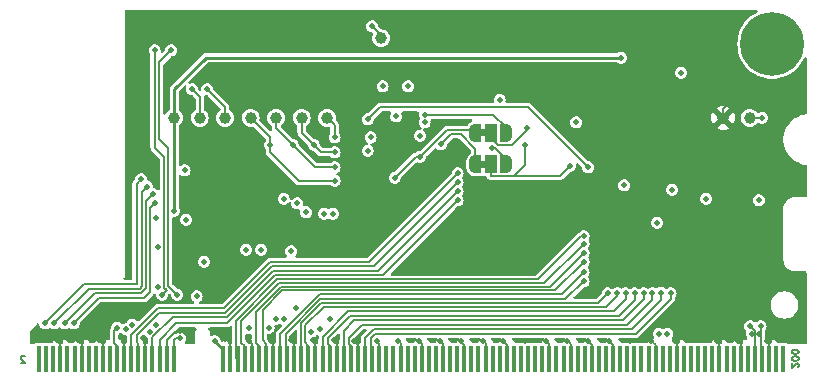
<source format=gbr>
%TF.GenerationSoftware,KiCad,Pcbnew,7.0.8*%
%TF.CreationDate,2024-03-21T14:52:22+01:00*%
%TF.ProjectId,so-dimm-esp32-cm,736f2d64-696d-46d2-9d65-737033322d63,REV.03*%
%TF.SameCoordinates,Original*%
%TF.FileFunction,Copper,L4,Bot*%
%TF.FilePolarity,Positive*%
%FSLAX46Y46*%
G04 Gerber Fmt 4.6, Leading zero omitted, Abs format (unit mm)*
G04 Created by KiCad (PCBNEW 7.0.8) date 2024-03-21 14:52:22*
%MOMM*%
%LPD*%
G01*
G04 APERTURE LIST*
G04 Aperture macros list*
%AMFreePoly0*
4,1,19,0.550000,-0.750000,0.000000,-0.750000,0.000000,-0.744911,-0.071157,-0.744911,-0.207708,-0.704816,-0.327430,-0.627875,-0.420627,-0.520320,-0.479746,-0.390866,-0.500000,-0.250000,-0.500000,0.250000,-0.479746,0.390866,-0.420627,0.520320,-0.327430,0.627875,-0.207708,0.704816,-0.071157,0.744911,0.000000,0.744911,0.000000,0.750000,0.550000,0.750000,0.550000,-0.750000,0.550000,-0.750000,
$1*%
%AMFreePoly1*
4,1,19,0.000000,0.744911,0.071157,0.744911,0.207708,0.704816,0.327430,0.627875,0.420627,0.520320,0.479746,0.390866,0.500000,0.250000,0.500000,-0.250000,0.479746,-0.390866,0.420627,-0.520320,0.327430,-0.627875,0.207708,-0.704816,0.071157,-0.744911,0.000000,-0.744911,0.000000,-0.750000,-0.550000,-0.750000,-0.550000,0.750000,0.000000,0.750000,0.000000,0.744911,0.000000,0.744911,
$1*%
G04 Aperture macros list end*
%ADD10C,0.150000*%
%TA.AperFunction,NonConductor*%
%ADD11C,0.150000*%
%TD*%
%TA.AperFunction,SMDPad,CuDef*%
%ADD12R,0.450000X2.300000*%
%TD*%
%TA.AperFunction,ComponentPad*%
%ADD13C,0.800000*%
%TD*%
%TA.AperFunction,ComponentPad*%
%ADD14C,5.400000*%
%TD*%
%TA.AperFunction,SMDPad,CuDef*%
%ADD15C,1.000000*%
%TD*%
%TA.AperFunction,SMDPad,CuDef*%
%ADD16FreePoly0,0.000000*%
%TD*%
%TA.AperFunction,SMDPad,CuDef*%
%ADD17R,1.000000X1.500000*%
%TD*%
%TA.AperFunction,SMDPad,CuDef*%
%ADD18FreePoly1,0.000000*%
%TD*%
%TA.AperFunction,ViaPad*%
%ADD19C,0.500000*%
%TD*%
%TA.AperFunction,ViaPad*%
%ADD20C,0.800000*%
%TD*%
%TA.AperFunction,Conductor*%
%ADD21C,0.200000*%
%TD*%
%TA.AperFunction,Conductor*%
%ADD22C,0.160000*%
%TD*%
%TA.AperFunction,Conductor*%
%ADD23C,0.250000*%
%TD*%
G04 APERTURE END LIST*
D10*
D11*
X116627030Y-106436914D02*
X116598458Y-106408342D01*
X116598458Y-106408342D02*
X116541316Y-106379771D01*
X116541316Y-106379771D02*
X116398458Y-106379771D01*
X116398458Y-106379771D02*
X116341316Y-106408342D01*
X116341316Y-106408342D02*
X116312744Y-106436914D01*
X116312744Y-106436914D02*
X116284173Y-106494057D01*
X116284173Y-106494057D02*
X116284173Y-106551200D01*
X116284173Y-106551200D02*
X116312744Y-106636914D01*
X116312744Y-106636914D02*
X116655601Y-106979771D01*
X116655601Y-106979771D02*
X116284173Y-106979771D01*
D10*
D11*
X182107085Y-107356030D02*
X182135657Y-107327458D01*
X182135657Y-107327458D02*
X182164228Y-107270316D01*
X182164228Y-107270316D02*
X182164228Y-107127458D01*
X182164228Y-107127458D02*
X182135657Y-107070316D01*
X182135657Y-107070316D02*
X182107085Y-107041744D01*
X182107085Y-107041744D02*
X182049942Y-107013173D01*
X182049942Y-107013173D02*
X181992800Y-107013173D01*
X181992800Y-107013173D02*
X181907085Y-107041744D01*
X181907085Y-107041744D02*
X181564228Y-107384601D01*
X181564228Y-107384601D02*
X181564228Y-107013173D01*
X182164228Y-106641744D02*
X182164228Y-106584601D01*
X182164228Y-106584601D02*
X182135657Y-106527458D01*
X182135657Y-106527458D02*
X182107085Y-106498887D01*
X182107085Y-106498887D02*
X182049942Y-106470315D01*
X182049942Y-106470315D02*
X181935657Y-106441744D01*
X181935657Y-106441744D02*
X181792800Y-106441744D01*
X181792800Y-106441744D02*
X181678514Y-106470315D01*
X181678514Y-106470315D02*
X181621371Y-106498887D01*
X181621371Y-106498887D02*
X181592800Y-106527458D01*
X181592800Y-106527458D02*
X181564228Y-106584601D01*
X181564228Y-106584601D02*
X181564228Y-106641744D01*
X181564228Y-106641744D02*
X181592800Y-106698887D01*
X181592800Y-106698887D02*
X181621371Y-106727458D01*
X181621371Y-106727458D02*
X181678514Y-106756029D01*
X181678514Y-106756029D02*
X181792800Y-106784601D01*
X181792800Y-106784601D02*
X181935657Y-106784601D01*
X181935657Y-106784601D02*
X182049942Y-106756029D01*
X182049942Y-106756029D02*
X182107085Y-106727458D01*
X182107085Y-106727458D02*
X182135657Y-106698887D01*
X182135657Y-106698887D02*
X182164228Y-106641744D01*
X182164228Y-106070315D02*
X182164228Y-106013172D01*
X182164228Y-106013172D02*
X182135657Y-105956029D01*
X182135657Y-105956029D02*
X182107085Y-105927458D01*
X182107085Y-105927458D02*
X182049942Y-105898886D01*
X182049942Y-105898886D02*
X181935657Y-105870315D01*
X181935657Y-105870315D02*
X181792800Y-105870315D01*
X181792800Y-105870315D02*
X181678514Y-105898886D01*
X181678514Y-105898886D02*
X181621371Y-105927458D01*
X181621371Y-105927458D02*
X181592800Y-105956029D01*
X181592800Y-105956029D02*
X181564228Y-106013172D01*
X181564228Y-106013172D02*
X181564228Y-106070315D01*
X181564228Y-106070315D02*
X181592800Y-106127458D01*
X181592800Y-106127458D02*
X181621371Y-106156029D01*
X181621371Y-106156029D02*
X181678514Y-106184600D01*
X181678514Y-106184600D02*
X181792800Y-106213172D01*
X181792800Y-106213172D02*
X181935657Y-106213172D01*
X181935657Y-106213172D02*
X182049942Y-106184600D01*
X182049942Y-106184600D02*
X182107085Y-106156029D01*
X182107085Y-106156029D02*
X182135657Y-106127458D01*
X182135657Y-106127458D02*
X182164228Y-106070315D01*
%TA.AperFunction,EtchedComponent*%
%TO.C,JP1*%
G36*
X155683000Y-90470000D02*
G01*
X155183000Y-90470000D01*
X155183000Y-89870000D01*
X155683000Y-89870000D01*
X155683000Y-90470000D01*
G37*
%TD.AperFunction*%
%TA.AperFunction,EtchedComponent*%
%TO.C,JP2*%
G36*
X155683000Y-87803000D02*
G01*
X155183000Y-87803000D01*
X155183000Y-87203000D01*
X155683000Y-87203000D01*
X155683000Y-87803000D01*
G37*
%TD.AperFunction*%
%TD*%
D12*
%TO.P,J1,2,2*%
%TO.N,unconnected-(J1-Pad2)*%
X117850000Y-106680000D03*
%TO.P,J1,4,4*%
%TO.N,unconnected-(J1-Pad4)*%
X118450000Y-106680000D03*
%TO.P,J1,6,6*%
%TO.N,unconnected-(J1-Pad6)*%
X119050000Y-106680000D03*
%TO.P,J1,8,8*%
%TO.N,GND*%
X119650000Y-106680000D03*
%TO.P,J1,10,10*%
%TO.N,unconnected-(J1-Pad10)*%
X120250000Y-106680000D03*
%TO.P,J1,12,12*%
%TO.N,unconnected-(J1-Pad12)*%
X120850000Y-106680000D03*
%TO.P,J1,14,14*%
%TO.N,GND*%
X121450000Y-106680000D03*
%TO.P,J1,16,16*%
%TO.N,unconnected-(J1-Pad16)*%
X122050000Y-106680000D03*
%TO.P,J1,18,18*%
%TO.N,unconnected-(J1-Pad18)*%
X122650000Y-106680000D03*
%TO.P,J1,20,20*%
%TO.N,GND*%
X123250000Y-106680000D03*
%TO.P,J1,22,22*%
%TO.N,unconnected-(J1-Pad22)*%
X123850000Y-106680000D03*
%TO.P,J1,24,24*%
%TO.N,/ESP32-CM/IO0*%
X124450000Y-106680000D03*
%TO.P,J1,26,26*%
%TO.N,GND*%
X125050000Y-106680000D03*
%TO.P,J1,28,28*%
%TO.N,E1_IO0_4*%
X125650000Y-106680000D03*
%TO.P,J1,30,30*%
%TO.N,E1_IO0_5*%
X126250000Y-106680000D03*
%TO.P,J1,32,32*%
%TO.N,GND*%
X126850000Y-106680000D03*
%TO.P,J1,34,34*%
%TO.N,E1_IO0_6*%
X127450000Y-106680000D03*
%TO.P,J1,36,36*%
%TO.N,E1_IO0_7*%
X128050000Y-106680000D03*
%TO.P,J1,38,38*%
%TO.N,GND*%
X128650000Y-106680000D03*
%TO.P,J1,40,40*%
%TO.N,+3V3*%
X129250000Y-106680000D03*
%TO.P,J1,42,42*%
X133450000Y-106680000D03*
%TO.P,J1,44,44*%
%TO.N,GND*%
X134050000Y-106680000D03*
%TO.P,J1,46,46*%
%TO.N,E2_IO0_2*%
X134650000Y-106680000D03*
%TO.P,J1,48,48*%
%TO.N,E2_IO0_3*%
X135250000Y-106680000D03*
%TO.P,J1,50,50*%
%TO.N,GND*%
X135850000Y-106680000D03*
%TO.P,J1,52,52*%
%TO.N,E2_IO0_4*%
X136450000Y-106680000D03*
%TO.P,J1,54,54*%
%TO.N,E2_IO0_5*%
X137050000Y-106680000D03*
%TO.P,J1,56,56*%
%TO.N,GND*%
X137650000Y-106680000D03*
%TO.P,J1,58,58*%
%TO.N,E2_IO0_6*%
X138250000Y-106680000D03*
%TO.P,J1,60,60*%
%TO.N,E2_IO0_7*%
X138850000Y-106680000D03*
%TO.P,J1,62,62*%
%TO.N,GND*%
X139450000Y-106680000D03*
%TO.P,J1,64,64*%
%TO.N,E2_IO1_7*%
X140050000Y-106680000D03*
%TO.P,J1,66,66*%
%TO.N,E2_IO1_6*%
X140650000Y-106680000D03*
%TO.P,J1,68,68*%
%TO.N,GND*%
X141250000Y-106680000D03*
%TO.P,J1,70,70*%
%TO.N,E2_IO1_5*%
X141850000Y-106680000D03*
%TO.P,J1,72,72*%
%TO.N,E2_IO1_4*%
X142450000Y-106680000D03*
%TO.P,J1,74,74*%
%TO.N,GND*%
X143050000Y-106680000D03*
%TO.P,J1,76,76*%
%TO.N,E2_IO1_3*%
X143650000Y-106680000D03*
%TO.P,J1,78,78*%
%TO.N,E2_IO1_2*%
X144250000Y-106680000D03*
%TO.P,J1,80,80*%
%TO.N,GND*%
X144850000Y-106680000D03*
%TO.P,J1,82,82*%
%TO.N,E2_IO1_1*%
X145450000Y-106680000D03*
%TO.P,J1,84,84*%
%TO.N,E2_IO1_0*%
X146050000Y-106680000D03*
%TO.P,J1,86,86*%
%TO.N,GND*%
X146650000Y-106680000D03*
%TO.P,J1,88,88*%
%TO.N,unconnected-(J1-Pad88)*%
X147250000Y-106680000D03*
%TO.P,J1,90,90*%
%TO.N,unconnected-(J1-Pad90)*%
X147850000Y-106680000D03*
%TO.P,J1,92,92*%
%TO.N,GND*%
X148450000Y-106680000D03*
%TO.P,J1,94,94*%
%TO.N,unconnected-(J1-Pad94)*%
X149050000Y-106680000D03*
%TO.P,J1,96,96*%
%TO.N,unconnected-(J1-Pad96)*%
X149650000Y-106680000D03*
%TO.P,J1,98,98*%
%TO.N,GND*%
X150250000Y-106680000D03*
%TO.P,J1,100,100*%
%TO.N,unconnected-(J1-Pad100)*%
X150850000Y-106680000D03*
%TO.P,J1,102,102*%
%TO.N,unconnected-(J1-Pad102)*%
X151450000Y-106680000D03*
%TO.P,J1,104,104*%
%TO.N,GND*%
X152050000Y-106680000D03*
%TO.P,J1,106,106*%
%TO.N,unconnected-(J1-Pad106)*%
X152650000Y-106680000D03*
%TO.P,J1,108,108*%
%TO.N,unconnected-(J1-Pad108)*%
X153250000Y-106680000D03*
%TO.P,J1,110,110*%
%TO.N,GND*%
X153850000Y-106680000D03*
%TO.P,J1,112,112*%
%TO.N,unconnected-(J1-Pad112)*%
X154450000Y-106680000D03*
%TO.P,J1,114,114*%
%TO.N,unconnected-(J1-Pad114)*%
X155050000Y-106680000D03*
%TO.P,J1,116,116*%
%TO.N,GND*%
X155650000Y-106680000D03*
%TO.P,J1,118,118*%
%TO.N,unconnected-(J1-Pad118)*%
X156250000Y-106680000D03*
%TO.P,J1,120,120*%
%TO.N,unconnected-(J1-Pad120)*%
X156850000Y-106680000D03*
%TO.P,J1,122,122*%
%TO.N,GND*%
X157450000Y-106680000D03*
%TO.P,J1,124,124*%
%TO.N,unconnected-(J1-Pad124)*%
X158050000Y-106680000D03*
%TO.P,J1,126,126*%
%TO.N,unconnected-(J1-Pad126)*%
X158650000Y-106680000D03*
%TO.P,J1,128,128*%
%TO.N,unconnected-(J1-Pad128)*%
X159250000Y-106680000D03*
%TO.P,J1,130,130*%
%TO.N,unconnected-(J1-Pad130)*%
X159850000Y-106680000D03*
%TO.P,J1,132,132*%
%TO.N,unconnected-(J1-Pad132)*%
X160450000Y-106680000D03*
%TO.P,J1,134,134*%
%TO.N,GND*%
X161050000Y-106680000D03*
%TO.P,J1,136,136*%
%TO.N,unconnected-(J1-Pad136)*%
X161650000Y-106680000D03*
%TO.P,J1,138,138*%
%TO.N,unconnected-(J1-Pad138)*%
X162250000Y-106680000D03*
%TO.P,J1,140,140*%
%TO.N,GND*%
X162850000Y-106680000D03*
%TO.P,J1,142,142*%
%TO.N,unconnected-(J1-Pad142)*%
X163450000Y-106680000D03*
%TO.P,J1,144,144*%
%TO.N,unconnected-(J1-Pad144)*%
X164050000Y-106680000D03*
%TO.P,J1,146,146*%
%TO.N,GND*%
X164650000Y-106680000D03*
%TO.P,J1,148,148*%
%TO.N,unconnected-(J1-Pad148)*%
X165250000Y-106680000D03*
%TO.P,J1,150,150*%
%TO.N,unconnected-(J1-Pad150)*%
X165850000Y-106680000D03*
%TO.P,J1,152,152*%
%TO.N,GND*%
X166450000Y-106680000D03*
%TO.P,J1,154,154*%
%TO.N,unconnected-(J1-Pad154)*%
X167050000Y-106680000D03*
%TO.P,J1,156,156*%
%TO.N,unconnected-(J1-Pad156)*%
X167650000Y-106680000D03*
%TO.P,J1,158,158*%
%TO.N,unconnected-(J1-Pad158)*%
X168250000Y-106680000D03*
%TO.P,J1,160,160*%
%TO.N,unconnected-(J1-Pad160)*%
X168850000Y-106680000D03*
%TO.P,J1,162,162*%
%TO.N,unconnected-(J1-Pad162)*%
X169450000Y-106680000D03*
%TO.P,J1,164,164*%
%TO.N,GND*%
X170050000Y-106680000D03*
%TO.P,J1,166,166*%
%TO.N,unconnected-(J1-Pad166)*%
X170650000Y-106680000D03*
%TO.P,J1,168,168*%
%TO.N,unconnected-(J1-Pad168)*%
X171250000Y-106680000D03*
%TO.P,J1,170,170*%
%TO.N,GND*%
X171850000Y-106680000D03*
%TO.P,J1,172,172*%
%TO.N,unconnected-(J1-Pad172)*%
X172450000Y-106680000D03*
%TO.P,J1,174,174*%
%TO.N,unconnected-(J1-Pad174)*%
X173050000Y-106680000D03*
%TO.P,J1,176,176*%
%TO.N,unconnected-(J1-Pad176)*%
X173650000Y-106680000D03*
%TO.P,J1,178,178*%
%TO.N,unconnected-(J1-Pad178)*%
X174250000Y-106680000D03*
%TO.P,J1,180,180*%
%TO.N,unconnected-(J1-Pad180)*%
X174850000Y-106680000D03*
%TO.P,J1,182,182*%
%TO.N,GND*%
X175450000Y-106680000D03*
%TO.P,J1,184,184*%
%TO.N,unconnected-(J1-Pad184)*%
X176050000Y-106680000D03*
%TO.P,J1,186,186*%
%TO.N,unconnected-(J1-Pad186)*%
X176650000Y-106680000D03*
%TO.P,J1,188,188*%
%TO.N,GND*%
X177250000Y-106680000D03*
%TO.P,J1,190,190*%
%TO.N,unconnected-(J1-Pad190)*%
X177850000Y-106680000D03*
%TO.P,J1,192,192*%
%TO.N,+3V3*%
X178450000Y-106680000D03*
%TO.P,J1,194,194*%
X179050000Y-106680000D03*
%TO.P,J1,196,196*%
%TO.N,GND*%
X179650000Y-106680000D03*
%TO.P,J1,198,198*%
%TO.N,unconnected-(J1-Pad198)*%
X180250000Y-106680000D03*
%TO.P,J1,200,200*%
%TO.N,unconnected-(J1-Pad200)*%
X180850000Y-106680000D03*
%TD*%
D13*
%TO.P,H1,1,1*%
%TO.N,Net-(C7-Pad1)*%
X177899109Y-79975109D03*
X178492218Y-78543218D03*
X178492218Y-81407000D03*
X179924109Y-77950109D03*
D14*
X179924109Y-79975109D03*
D13*
X179924109Y-82000109D03*
X181356000Y-78543218D03*
X181356000Y-81407000D03*
X181949109Y-79975109D03*
%TD*%
D15*
%TO.P,TP4,1,1*%
%TO.N,/ESP32-CM/TXD0*%
X131445000Y-86233000D03*
%TD*%
%TO.P,TP10,1,1*%
%TO.N,/SDA0*%
X135763000Y-86233000D03*
%TD*%
%TO.P,TP2,1,1*%
%TO.N,/ESP32-CM/IO0*%
X146812000Y-79502000D03*
%TD*%
%TO.P,TP13,1,1*%
%TO.N,/SCL1*%
X142240000Y-86233000D03*
%TD*%
%TO.P,TP8,1,1*%
%TO.N,+3V3*%
X178002257Y-86233000D03*
%TD*%
%TO.P,TP11,1,1*%
%TO.N,/SCL0*%
X137922000Y-86233000D03*
%TD*%
%TO.P,TP6,1,1*%
%TO.N,GND*%
X175768000Y-86233000D03*
%TD*%
%TO.P,TP3,1,1*%
%TO.N,/ESP32-CM/RXD0*%
X133604000Y-86233000D03*
%TD*%
D16*
%TO.P,JP1,1,A*%
%TO.N,/SCL0*%
X154783000Y-90170000D03*
D17*
%TO.P,JP1,2,C*%
%TO.N,/SCL*%
X156083000Y-90170000D03*
D18*
%TO.P,JP1,3,B*%
%TO.N,/SCL1*%
X157383000Y-90170000D03*
%TD*%
D16*
%TO.P,JP2,1,A*%
%TO.N,/SDA0*%
X154783000Y-87503000D03*
D17*
%TO.P,JP2,2,C*%
%TO.N,/SDA*%
X156083000Y-87503000D03*
D18*
%TO.P,JP2,3,B*%
%TO.N,/SDA1*%
X157383000Y-87503000D03*
%TD*%
D15*
%TO.P,TP1,1,1*%
%TO.N,/ESP32-CM/ESP_EN{slash}CM_RUN*%
X129286000Y-86233000D03*
%TD*%
%TO.P,TP12,1,1*%
%TO.N,/SDA1*%
X140081000Y-86233000D03*
%TD*%
D19*
%TO.N,+3V3*%
X150114000Y-87757000D03*
X127762000Y-94742000D03*
X178943000Y-103886000D03*
X131826000Y-98425000D03*
X178181000Y-104521000D03*
X172212000Y-82423000D03*
X178054000Y-103886000D03*
X145923000Y-87884000D03*
X163322000Y-86614000D03*
X129794000Y-104916503D03*
X132715000Y-105156000D03*
X167386000Y-91948000D03*
X149098000Y-83566000D03*
X178790600Y-93211950D03*
X170180000Y-95123000D03*
X156845000Y-84709000D03*
X174315500Y-93091000D03*
X127889000Y-100584000D03*
X171450000Y-92329000D03*
X127889000Y-97155000D03*
X146939000Y-83566000D03*
X179070000Y-86233000D03*
X178775346Y-104521000D03*
%TO.N,GND*%
X157480000Y-80010000D03*
X125476000Y-97282000D03*
X180340000Y-86360000D03*
X149860000Y-80010000D03*
X142803817Y-105059417D03*
X169675306Y-105130499D03*
D20*
X179933600Y-99815950D03*
D19*
X173990000Y-101600000D03*
X132842000Y-88011000D03*
X125476000Y-79756000D03*
X122936000Y-105029000D03*
X151130000Y-87757000D03*
X179451000Y-105156000D03*
X125476000Y-92964000D03*
X168910000Y-85090000D03*
X133477000Y-88773000D03*
X180340000Y-91440000D03*
X134239000Y-88011000D03*
X125476000Y-89916000D03*
X144528978Y-105134162D03*
X177038000Y-105156000D03*
X158750000Y-83820000D03*
X166624000Y-93599000D03*
X125476000Y-78740000D03*
X142240000Y-82550000D03*
X176530000Y-97790000D03*
X169672000Y-77851000D03*
X160020000Y-80010000D03*
X121158000Y-105029000D03*
X177800000Y-93980000D03*
X125476000Y-80772000D03*
X125476000Y-93980000D03*
X129794000Y-104267000D03*
X157480000Y-82550000D03*
X175260000Y-78740000D03*
X165862000Y-82423000D03*
X177800000Y-83820000D03*
X158750000Y-78740000D03*
X177800000Y-101600000D03*
X135636000Y-105156000D03*
X153546465Y-105136942D03*
X141020800Y-105054400D03*
X154178000Y-96266000D03*
X152400000Y-80010000D03*
X125476000Y-83820000D03*
X174315500Y-94742000D03*
X163830000Y-78740000D03*
X154940000Y-77470000D03*
X152400000Y-77470000D03*
X154178000Y-94996000D03*
X152908000Y-94996000D03*
X146431000Y-105156000D03*
X176530000Y-90170000D03*
X161290000Y-83820000D03*
X139192000Y-105054400D03*
X176530000Y-92710000D03*
X135636000Y-89408000D03*
X125476000Y-82804000D03*
X164341361Y-105136049D03*
X165100000Y-80010000D03*
X135636000Y-88011000D03*
X151130000Y-78740000D03*
X125476000Y-91948000D03*
X181610000Y-90170000D03*
X125476000Y-77724000D03*
X133477000Y-87376000D03*
X154940000Y-82550000D03*
X126627925Y-104837475D03*
X153162000Y-99060000D03*
X176530000Y-95250000D03*
X153670000Y-78740000D03*
X125476000Y-84836000D03*
X134874000Y-88773000D03*
X157102040Y-105131415D03*
X160020000Y-82550000D03*
X133604308Y-105003600D03*
X176530000Y-82550000D03*
X134874000Y-90170000D03*
X125476000Y-94996000D03*
X165100000Y-77470000D03*
X157480000Y-77470000D03*
X148263233Y-105144884D03*
X137464800Y-105105200D03*
X148590000Y-78740000D03*
X163322000Y-88392000D03*
X160784887Y-105145909D03*
X125476000Y-98933000D03*
X149860000Y-77470000D03*
X131826000Y-99187000D03*
X154940000Y-80010000D03*
X172466000Y-77851000D03*
X155450000Y-105100000D03*
X149989608Y-105147291D03*
X151511000Y-87122000D03*
X152400000Y-98298000D03*
X163830000Y-83820000D03*
X162563538Y-105140433D03*
X119380000Y-105029000D03*
X125476000Y-86868000D03*
X171704000Y-105156000D03*
X125476000Y-96012000D03*
X166118535Y-105132878D03*
X176530000Y-102870000D03*
X162560000Y-77470000D03*
X171450000Y-85090000D03*
X173990000Y-96520000D03*
X180340000Y-88900000D03*
X152400000Y-82550000D03*
X175260000Y-105156000D03*
X165100000Y-82550000D03*
X177800000Y-91440000D03*
X162560000Y-80010000D03*
X139700000Y-82550000D03*
X117602000Y-105029000D03*
X181610000Y-85090000D03*
X125476000Y-81788000D03*
X137160000Y-82550000D03*
X162560000Y-82550000D03*
X125476000Y-90932000D03*
X173990000Y-85090000D03*
X153289000Y-93980000D03*
X160020000Y-77470000D03*
X156210000Y-78740000D03*
X161290000Y-78740000D03*
X168910000Y-87630000D03*
X125476000Y-87884000D03*
X176530000Y-77470000D03*
X149860000Y-82550000D03*
X134874000Y-87376000D03*
X167907617Y-105127499D03*
X125476000Y-88900000D03*
X151130000Y-83820000D03*
X147320000Y-77470000D03*
X176149000Y-85090000D03*
X132842000Y-89408000D03*
X164592000Y-100711000D03*
X176530000Y-100330000D03*
X126238000Y-79629000D03*
X175260000Y-81280000D03*
X133477000Y-90170000D03*
X173990000Y-99060000D03*
X151768468Y-105141586D03*
X179070000Y-87630000D03*
X124750500Y-104698800D03*
X166370000Y-85090000D03*
X177800000Y-96520000D03*
X125476000Y-85852000D03*
X167640000Y-86360000D03*
X179070000Y-90170000D03*
X177800000Y-99060000D03*
X134239000Y-89408000D03*
X166624000Y-94488000D03*
X159004000Y-105127499D03*
%TO.N,/SCL*%
X159004000Y-88519000D03*
X162814000Y-90297000D03*
%TO.N,/SDA*%
X159131000Y-87122000D03*
%TO.N,/~{E2_INT}*%
X164338000Y-90424000D03*
X145669000Y-86360000D03*
%TO.N,E2_IO0_2*%
X163957161Y-96251538D03*
%TO.N,E2_IO0_3*%
X163949923Y-96901000D03*
%TO.N,E2_IO0_4*%
X163957000Y-97663000D03*
%TO.N,E2_IO0_5*%
X163957000Y-98425000D03*
%TO.N,E2_IO0_6*%
X163957000Y-99314000D03*
%TO.N,E2_IO0_7*%
X163957000Y-100076000D03*
%TO.N,E2_IO1_0*%
X171323000Y-101092000D03*
%TO.N,E2_IO1_1*%
X170508188Y-101038056D03*
%TO.N,E2_IO1_2*%
X169773422Y-101066422D03*
%TO.N,E2_IO1_3*%
X169037000Y-101092000D03*
%TO.N,E2_IO1_4*%
X168275000Y-101092000D03*
%TO.N,E2_IO1_5*%
X167511269Y-101092000D03*
%TO.N,E2_IO1_6*%
X166782447Y-101079066D03*
%TO.N,E2_IO1_7*%
X165989000Y-101090812D03*
%TO.N,/SDA0*%
X118364000Y-103632000D03*
X147955000Y-91313000D03*
X150114000Y-89535000D03*
X142875000Y-91567000D03*
X126492000Y-91440000D03*
X137414000Y-88519000D03*
%TO.N,/ESP32-CM/ESP_EN{slash}CM_RUN*%
X167132000Y-81153000D03*
X129286000Y-94107000D03*
%TO.N,/ESP32-CM/RXD0*%
X137287000Y-104013000D03*
X132080000Y-83820000D03*
%TO.N,/ESP32-CM/TXD0*%
X130810000Y-83820000D03*
X135636000Y-104013000D03*
%TO.N,E1_IO0_4*%
X153289000Y-90932000D03*
%TO.N,E1_IO0_5*%
X153289000Y-91694000D03*
%TO.N,E1_IO0_6*%
X153289000Y-92456000D03*
%TO.N,E1_IO0_7*%
X153289000Y-93218000D03*
%TO.N,/SCL0*%
X142875000Y-90424000D03*
X127000000Y-92075000D03*
X151864200Y-88491200D03*
X119126000Y-103632000D03*
X139319000Y-88519000D03*
%TO.N,/ESP32-CM/IO0*%
X124460000Y-104013000D03*
X130175000Y-90678000D03*
X146050000Y-78486000D03*
%TO.N,/ESP32-CM/USB_D-*%
X141987000Y-94361000D03*
X171050346Y-104521000D03*
%TO.N,/ESP32-CM/USB_D+*%
X142737000Y-94361000D03*
X170300346Y-104521000D03*
%TO.N,/ESP32-CM/V1SPI_CLK*%
X140462000Y-94234000D03*
X142494000Y-103251000D03*
%TO.N,/ESP32-CM/V1SPI_MOSI*%
X139700000Y-93472000D03*
X141605000Y-104140000D03*
%TO.N,/ESP32-CM/V1SPI_MISO*%
X138557000Y-93091000D03*
X140843000Y-104394000D03*
%TO.N,/ESP32-CM/V1SPI_CS*%
X139192000Y-97536000D03*
X139581500Y-102362000D03*
%TO.N,/ESP32-CM/V0SPI_CLK*%
X129540000Y-101219000D03*
X127762000Y-103759000D03*
X129032000Y-80518000D03*
%TO.N,/ESP32-CM/V0SPI_MOSI*%
X131191000Y-101346000D03*
X127203200Y-104343200D03*
%TO.N,/ESP32-CM/V0SPI_MISO*%
X128270000Y-101219000D03*
X127635000Y-80518000D03*
X125741602Y-103750298D03*
%TO.N,/ESP32-CM/V0SPI_CS*%
X125222000Y-104140000D03*
X130302000Y-94869000D03*
%TO.N,/ESP32-CM/GPIO15{slash}RTS*%
X135382000Y-97409000D03*
X137922000Y-103251000D03*
%TO.N,/ESP32-CM/GPIO16{slash}CTS*%
X136652000Y-97409000D03*
X138571444Y-103242260D03*
%TO.N,/SDA1*%
X120015000Y-103632000D03*
X141097000Y-88519000D03*
X142875000Y-89154000D03*
X127508000Y-92710000D03*
X150494521Y-85964498D03*
X145669000Y-89027000D03*
X148082000Y-86106000D03*
%TO.N,/SCL1*%
X120777000Y-103632000D03*
X127635000Y-93472000D03*
X156210000Y-88773000D03*
X142875000Y-87884000D03*
X150495000Y-86614000D03*
%TD*%
D21*
%TO.N,+3V3*%
X129250000Y-105065000D02*
X129250000Y-106680000D01*
D22*
X178002257Y-86233000D02*
X179070000Y-86233000D01*
D21*
X179050000Y-106680000D02*
X178943000Y-106573000D01*
X129794000Y-104916503D02*
X129398497Y-104916503D01*
X178450000Y-104282000D02*
X178054000Y-103886000D01*
X178943000Y-106573000D02*
X178943000Y-103886000D01*
X129398497Y-104916503D02*
X129250000Y-105065000D01*
D23*
X133450000Y-106680000D02*
X133450000Y-105891000D01*
X133450000Y-105891000D02*
X132715000Y-105156000D01*
D21*
X178450000Y-106680000D02*
X178450000Y-104282000D01*
%TO.N,GND*%
X135850000Y-106680000D02*
X135850000Y-105370000D01*
X139450000Y-105312400D02*
X139450000Y-106680000D01*
X177250000Y-105368000D02*
X177038000Y-105156000D01*
X141250000Y-105283600D02*
X141250000Y-106680000D01*
X129435347Y-104267000D02*
X128650000Y-105052347D01*
X119650000Y-105299000D02*
X119380000Y-105029000D01*
X177250000Y-106680000D02*
X177250000Y-105368000D01*
X170050000Y-105505193D02*
X170050000Y-106680000D01*
X179650000Y-105355000D02*
X179451000Y-105156000D01*
X155650000Y-105300000D02*
X155650000Y-106680000D01*
X133648600Y-105003600D02*
X134050000Y-105405000D01*
X155450000Y-105100000D02*
X155650000Y-105300000D01*
X148450000Y-105331651D02*
X148450000Y-106680000D01*
X126627925Y-104837475D02*
X126850000Y-105059550D01*
X164341361Y-105136049D02*
X164650000Y-105444688D01*
X133604308Y-105003600D02*
X133648600Y-105003600D01*
X152050000Y-105423118D02*
X152050000Y-106680000D01*
X171850000Y-106680000D02*
X171850000Y-105302000D01*
X166450000Y-105464343D02*
X166450000Y-106680000D01*
X129794000Y-104267000D02*
X129435347Y-104267000D01*
X157450000Y-105479375D02*
X157450000Y-106680000D01*
X137464800Y-105105200D02*
X137650000Y-105290400D01*
X169675306Y-105130499D02*
X170050000Y-105505193D01*
X134050000Y-105405000D02*
X134050000Y-106680000D01*
X144850000Y-105455184D02*
X144850000Y-106680000D01*
X146431000Y-105156000D02*
X146650000Y-105375000D01*
X137650000Y-105290400D02*
X137650000Y-106680000D01*
X162850000Y-105426895D02*
X162850000Y-106680000D01*
X150250000Y-105407683D02*
X150250000Y-106680000D01*
X171850000Y-105302000D02*
X171704000Y-105156000D01*
X157102040Y-105131415D02*
X157450000Y-105479375D01*
X160784887Y-105145909D02*
X161050000Y-105411022D01*
X121450000Y-106680000D02*
X121450000Y-105321000D01*
X175450000Y-105346000D02*
X175260000Y-105156000D01*
X151768468Y-105141586D02*
X152050000Y-105423118D01*
X123250000Y-106680000D02*
X123250000Y-105343000D01*
X162563538Y-105140433D02*
X162850000Y-105426895D01*
X126850000Y-105059550D02*
X126850000Y-106680000D01*
X123250000Y-105343000D02*
X122936000Y-105029000D01*
X119650000Y-106680000D02*
X119650000Y-105299000D01*
X135850000Y-105370000D02*
X135636000Y-105156000D01*
X161050000Y-105411022D02*
X161050000Y-106680000D01*
X128650000Y-105052347D02*
X128650000Y-106680000D01*
X175450000Y-106680000D02*
X175450000Y-105346000D01*
X166118535Y-105132878D02*
X166450000Y-105464343D01*
X164650000Y-105444688D02*
X164650000Y-106680000D01*
X144528978Y-105134162D02*
X144850000Y-105455184D01*
X148263233Y-105144884D02*
X148450000Y-105331651D01*
X179650000Y-106680000D02*
X179650000Y-105355000D01*
X141020800Y-105054400D02*
X141250000Y-105283600D01*
X125050000Y-104998300D02*
X125050000Y-106680000D01*
X142803817Y-105059417D02*
X143050000Y-105305600D01*
X146650000Y-105375000D02*
X146650000Y-106680000D01*
X124750500Y-104698800D02*
X125050000Y-104998300D01*
X153850000Y-105440477D02*
X153850000Y-106680000D01*
X139192000Y-105054400D02*
X139450000Y-105312400D01*
D22*
X175768000Y-85471000D02*
X176149000Y-85090000D01*
D21*
X121450000Y-105321000D02*
X121158000Y-105029000D01*
X153546465Y-105136942D02*
X153850000Y-105440477D01*
X143050000Y-105305600D02*
X143050000Y-106680000D01*
D22*
X175768000Y-86233000D02*
X175768000Y-85471000D01*
D21*
X149989608Y-105147291D02*
X150250000Y-105407683D01*
%TO.N,/SCL*%
X158098511Y-91169511D02*
X159004000Y-90264022D01*
X156083000Y-90170000D02*
X156083000Y-91120000D01*
X159004000Y-90264022D02*
X159004000Y-88519000D01*
X156132511Y-91169511D02*
X158098511Y-91169511D01*
X158098511Y-91169511D02*
X161941489Y-91169511D01*
X156083000Y-91120000D02*
X156132511Y-91169511D01*
X161941489Y-91169511D02*
X162814000Y-90297000D01*
%TO.N,/SDA*%
X159131000Y-87249000D02*
X159131000Y-87122000D01*
X156083000Y-87503000D02*
X156083000Y-87855874D01*
X156083000Y-87855874D02*
X156729637Y-88502511D01*
X156729637Y-88502511D02*
X157877489Y-88502511D01*
X157877489Y-88502511D02*
X159131000Y-87249000D01*
%TO.N,/~{E2_INT}*%
X146685000Y-85344000D02*
X145669000Y-86360000D01*
X159258000Y-85344000D02*
X146685000Y-85344000D01*
X164338000Y-90424000D02*
X159385000Y-85471000D01*
X159385000Y-85471000D02*
X159258000Y-85344000D01*
D22*
%TO.N,E2_IO0_2*%
X134550000Y-103404858D02*
X134550000Y-106580000D01*
X163957161Y-96251538D02*
X163717462Y-96251538D01*
X138034357Y-99920501D02*
X134550000Y-103404858D01*
X160048499Y-99920501D02*
X138034357Y-99920501D01*
X134550000Y-106580000D02*
X134650000Y-106680000D01*
X163717462Y-96251538D02*
X160048499Y-99920501D01*
%TO.N,E2_IO0_3*%
X134975346Y-105300000D02*
X135250000Y-105574654D01*
X163949923Y-96901000D02*
X160620912Y-100230011D01*
X135250000Y-105574654D02*
X135250000Y-106680000D01*
X160620912Y-100230011D02*
X138162562Y-100230011D01*
X138162562Y-100230011D02*
X134975346Y-103417227D01*
X134975346Y-103417227D02*
X134975346Y-105300000D01*
%TO.N,E2_IO0_4*%
X138290765Y-100539521D02*
X136175346Y-102654940D01*
X163957000Y-97663000D02*
X161080479Y-100539521D01*
X161080479Y-100539521D02*
X138290765Y-100539521D01*
X136175346Y-105300000D02*
X136450000Y-105574654D01*
X136175346Y-102654940D02*
X136175346Y-105300000D01*
X136450000Y-105574654D02*
X136450000Y-106680000D01*
%TO.N,E2_IO0_5*%
X137050000Y-105350800D02*
X137050000Y-106680000D01*
X163957000Y-98425000D02*
X161532969Y-100849031D01*
X136775346Y-105076146D02*
X137050000Y-105350800D01*
X161532969Y-100849031D02*
X138418969Y-100849031D01*
X136775346Y-102492654D02*
X136775346Y-105076146D01*
X138418969Y-100849031D02*
X136775346Y-102492654D01*
%TO.N,E2_IO0_6*%
X141622317Y-101158545D02*
X138250000Y-104530862D01*
X138250000Y-104530862D02*
X138250000Y-106680000D01*
X163957000Y-99314000D02*
X162112455Y-101158545D01*
X162112455Y-101158545D02*
X141622317Y-101158545D01*
%TO.N,E2_IO0_7*%
X163957000Y-100076000D02*
X162417020Y-101615980D01*
X162417020Y-101615980D02*
X141602592Y-101615980D01*
X138712000Y-104506572D02*
X138712000Y-106542000D01*
X138712000Y-106542000D02*
X138850000Y-106680000D01*
X141602592Y-101615980D02*
X138712000Y-104506572D01*
%TO.N,E2_IO1_0*%
X145951000Y-106581000D02*
X146050000Y-106680000D01*
X171323000Y-101092000D02*
X171323000Y-101600000D01*
X171323000Y-101600000D02*
X168402000Y-104521000D01*
X145951000Y-104874000D02*
X145951000Y-106581000D01*
X146304000Y-104521000D02*
X145951000Y-104874000D01*
X168402000Y-104521000D02*
X146304000Y-104521000D01*
%TO.N,E2_IO1_1*%
X146177000Y-104140000D02*
X145450000Y-104867000D01*
X170508188Y-101652812D02*
X168021000Y-104140000D01*
X170508188Y-101038056D02*
X170508188Y-101652812D01*
X145450000Y-104867000D02*
X145450000Y-106680000D01*
X168021000Y-104140000D02*
X146177000Y-104140000D01*
%TO.N,E2_IO1_2*%
X144250000Y-105558823D02*
X144250000Y-106680000D01*
X169773422Y-101066422D02*
X169773422Y-101625578D01*
X169773422Y-101625578D02*
X167640000Y-103759000D01*
X144046000Y-105354823D02*
X144250000Y-105558823D01*
X145161000Y-103759000D02*
X144046000Y-104874000D01*
X144046000Y-104874000D02*
X144046000Y-105354823D01*
X167640000Y-103759000D02*
X145161000Y-103759000D01*
%TO.N,E2_IO1_3*%
X143650000Y-104254000D02*
X143650000Y-106680000D01*
X169037000Y-101092000D02*
X169037000Y-101600000D01*
X144526000Y-103378000D02*
X143650000Y-104254000D01*
X167259000Y-103378000D02*
X144526000Y-103378000D01*
X169037000Y-101600000D02*
X167259000Y-103378000D01*
%TO.N,E2_IO1_4*%
X144188118Y-102997000D02*
X142268000Y-104917118D01*
X168275000Y-101092000D02*
X168275000Y-101663500D01*
X166941500Y-102997000D02*
X144188118Y-102997000D01*
X168275000Y-101663500D02*
X166941500Y-102997000D01*
X142268000Y-105354823D02*
X142450000Y-105536823D01*
X142268000Y-104917118D02*
X142268000Y-105354823D01*
X142450000Y-105536823D02*
X142450000Y-106680000D01*
%TO.N,E2_IO1_5*%
X167511269Y-101092000D02*
X167511269Y-101601731D01*
X144018000Y-102616000D02*
X141850000Y-104784000D01*
X166497000Y-102616000D02*
X144018000Y-102616000D01*
X167511269Y-101601731D02*
X166497000Y-102616000D01*
X141850000Y-104784000D02*
X141850000Y-106680000D01*
%TO.N,E2_IO1_6*%
X165862000Y-102235000D02*
X141942882Y-102235000D01*
X141942882Y-102235000D02*
X140363000Y-103814882D01*
X140363000Y-105227823D02*
X140650000Y-105514823D01*
X140650000Y-105514823D02*
X140650000Y-106680000D01*
X140363000Y-103814882D02*
X140363000Y-105227823D01*
X166782447Y-101079066D02*
X166782447Y-101314553D01*
X166782447Y-101314553D02*
X165862000Y-102235000D01*
%TO.N,E2_IO1_7*%
X165989000Y-101090812D02*
X165154322Y-101925490D01*
X140050000Y-103606286D02*
X140050000Y-106680000D01*
X165154322Y-101925490D02*
X141730796Y-101925490D01*
X141730796Y-101925490D02*
X140050000Y-103606286D01*
D21*
%TO.N,/SDA0*%
X137414000Y-88519000D02*
X137414000Y-87884000D01*
X126111000Y-100330000D02*
X126111000Y-91821000D01*
X154783000Y-87503000D02*
X154560489Y-87280489D01*
X118364000Y-103632000D02*
X121666000Y-100330000D01*
X154560489Y-87280489D02*
X152368511Y-87280489D01*
X137414000Y-87884000D02*
X135763000Y-86233000D01*
X121666000Y-100330000D02*
X126111000Y-100330000D01*
X150114000Y-89535000D02*
X149733000Y-89535000D01*
X126111000Y-91821000D02*
X126492000Y-91440000D01*
X142875000Y-91567000D02*
X139827000Y-91567000D01*
X152368511Y-87280489D02*
X150114000Y-89535000D01*
X139827000Y-91567000D02*
X137414000Y-89154000D01*
X137414000Y-89154000D02*
X137414000Y-88519000D01*
X149733000Y-89535000D02*
X147955000Y-91313000D01*
D23*
%TO.N,/ESP32-CM/ESP_EN{slash}CM_RUN*%
X129286000Y-83820000D02*
X131953000Y-81153000D01*
X131953000Y-81153000D02*
X167132000Y-81153000D01*
X129286000Y-86614000D02*
X129286000Y-83820000D01*
X129286000Y-94107000D02*
X129286000Y-86614000D01*
D22*
%TO.N,/ESP32-CM/RXD0*%
X133604000Y-85344000D02*
X132080000Y-83820000D01*
X133604000Y-86233000D02*
X133604000Y-85344000D01*
%TO.N,/ESP32-CM/TXD0*%
X131445000Y-84455000D02*
X130810000Y-83820000D01*
X131445000Y-86233000D02*
X131445000Y-84455000D01*
D21*
%TO.N,E1_IO0_4*%
X137414000Y-98425000D02*
X145796000Y-98425000D01*
X127889000Y-102362000D02*
X133477000Y-102362000D01*
X145796000Y-98425000D02*
X153289000Y-90932000D01*
X125650000Y-104601000D02*
X127889000Y-102362000D01*
X133477000Y-102362000D02*
X137414000Y-98425000D01*
X125650000Y-106680000D02*
X125650000Y-104601000D01*
%TO.N,E1_IO0_5*%
X128016000Y-102743000D02*
X133604000Y-102743000D01*
X133604000Y-102743000D02*
X137541000Y-98806000D01*
X137541000Y-98806000D02*
X146177000Y-98806000D01*
X126119000Y-104640000D02*
X128016000Y-102743000D01*
X126119000Y-105236107D02*
X126119000Y-104640000D01*
X126250000Y-106680000D02*
X126250000Y-105367107D01*
X126250000Y-105367107D02*
X126119000Y-105236107D01*
X146177000Y-98806000D02*
X153289000Y-91694000D01*
%TO.N,E1_IO0_6*%
X127450000Y-104833000D02*
X129159000Y-103124000D01*
X127450000Y-106680000D02*
X127450000Y-104833000D01*
X146558000Y-99187000D02*
X153289000Y-92456000D01*
X133731000Y-103124000D02*
X137668000Y-99187000D01*
X129159000Y-103124000D02*
X133731000Y-103124000D01*
X137668000Y-99187000D02*
X146558000Y-99187000D01*
%TO.N,E1_IO0_7*%
X146939000Y-99568000D02*
X153289000Y-93218000D01*
X137795000Y-99568000D02*
X146939000Y-99568000D01*
X129470347Y-103632000D02*
X133731000Y-103632000D01*
X133731000Y-103632000D02*
X137795000Y-99568000D01*
X128050000Y-106680000D02*
X128050000Y-105052347D01*
X128050000Y-105052347D02*
X129470347Y-103632000D01*
%TO.N,/SCL0*%
X154783000Y-90170000D02*
X154783000Y-88870000D01*
X137922000Y-87122000D02*
X137922000Y-86233000D01*
X126351283Y-100711000D02*
X126563477Y-100498806D01*
X152725400Y-87630000D02*
X151864200Y-88491200D01*
X126563477Y-92511523D02*
X127000000Y-92075000D01*
X139319000Y-88519000D02*
X137922000Y-87122000D01*
X141224000Y-90424000D02*
X139319000Y-88519000D01*
X119126000Y-103632000D02*
X122047000Y-100711000D01*
X154783000Y-88870000D02*
X153543000Y-87630000D01*
X126563477Y-100498806D02*
X126563477Y-92511523D01*
X142875000Y-90424000D02*
X141224000Y-90424000D01*
X122047000Y-100711000D02*
X126351283Y-100711000D01*
X153543000Y-87630000D02*
X152725400Y-87630000D01*
%TO.N,/ESP32-CM/IO0*%
X124450000Y-106680000D02*
X124450000Y-105516000D01*
X124214000Y-104259000D02*
X124460000Y-104013000D01*
X146812000Y-79502000D02*
X146812000Y-79248000D01*
X124214000Y-105280000D02*
X124214000Y-104259000D01*
X124450000Y-105516000D02*
X124214000Y-105280000D01*
X146812000Y-79248000D02*
X146050000Y-78486000D01*
%TO.N,/ESP32-CM/V0SPI_CLK*%
X128016000Y-81534000D02*
X129032000Y-80518000D01*
X128778000Y-100457000D02*
X128778000Y-88773000D01*
X128016000Y-88011000D02*
X128016000Y-81534000D01*
X129540000Y-101219000D02*
X128778000Y-100457000D01*
X128778000Y-88773000D02*
X128016000Y-88011000D01*
%TO.N,/ESP32-CM/V0SPI_MISO*%
X128270000Y-101219000D02*
X128657858Y-100831142D01*
X127635000Y-88773000D02*
X127635000Y-80518000D01*
X128428489Y-89566489D02*
X127635000Y-88773000D01*
X128657858Y-100831142D02*
X128428489Y-100601772D01*
X128428489Y-100601772D02*
X128428489Y-89566489D01*
%TO.N,/SDA1*%
X157383000Y-87503000D02*
X157383000Y-87053978D01*
X126912988Y-100671012D02*
X126912988Y-93305012D01*
X156293520Y-85964498D02*
X150494521Y-85964498D01*
X126912988Y-93305012D02*
X127508000Y-92710000D01*
X142875000Y-89154000D02*
X141732000Y-89154000D01*
X141097000Y-88519000D02*
X140081000Y-87503000D01*
X157383000Y-87053978D02*
X156293520Y-85964498D01*
X126492000Y-101092000D02*
X126912988Y-100671012D01*
X120015000Y-103632000D02*
X122555000Y-101092000D01*
X141732000Y-89154000D02*
X141097000Y-88519000D01*
X122555000Y-101092000D02*
X126492000Y-101092000D01*
X140081000Y-87503000D02*
X140081000Y-86233000D01*
%TO.N,/SCL1*%
X127262499Y-100956501D02*
X126746000Y-101473000D01*
X122936000Y-101473000D02*
X120777000Y-103632000D01*
X142875000Y-87884000D02*
X142875000Y-86868000D01*
X127635000Y-93472000D02*
X127262499Y-93844501D01*
X157383000Y-89720978D02*
X156435022Y-88773000D01*
X142875000Y-86868000D02*
X142240000Y-86233000D01*
X157383000Y-90170000D02*
X157383000Y-89720978D01*
X156435022Y-88773000D02*
X156210000Y-88773000D01*
X127262499Y-93844501D02*
X127262499Y-100956501D01*
X126746000Y-101473000D02*
X122936000Y-101473000D01*
%TD*%
%TA.AperFunction,Conductor*%
%TO.N,GND*%
G36*
X178647084Y-77097503D02*
G01*
X178693577Y-77151159D01*
X178703681Y-77221433D01*
X178674187Y-77286013D01*
X178635514Y-77316097D01*
X178458737Y-77404878D01*
X178444347Y-77412105D01*
X178156818Y-77601216D01*
X177893175Y-77822438D01*
X177656991Y-78072778D01*
X177451488Y-78348817D01*
X177451470Y-78348844D01*
X177279398Y-78646882D01*
X177279395Y-78646887D01*
X177143085Y-78962890D01*
X177143082Y-78962898D01*
X177102216Y-79099402D01*
X177044376Y-79292599D01*
X176984612Y-79631535D01*
X176984612Y-79631541D01*
X176964602Y-79975109D01*
X176984612Y-80318676D01*
X176984612Y-80318682D01*
X176984613Y-80318687D01*
X177044376Y-80657618D01*
X177143082Y-80987320D01*
X177143084Y-80987326D01*
X177143085Y-80987327D01*
X177279395Y-81303330D01*
X177279398Y-81303335D01*
X177414995Y-81538196D01*
X177451477Y-81601385D01*
X177451486Y-81601397D01*
X177451488Y-81601400D01*
X177656991Y-81877439D01*
X177893175Y-82127779D01*
X178156818Y-82349001D01*
X178269328Y-82423000D01*
X178444355Y-82538117D01*
X178751908Y-82692576D01*
X179075313Y-82810286D01*
X179410196Y-82889654D01*
X179605529Y-82912485D01*
X179752026Y-82929609D01*
X179752029Y-82929609D01*
X180096192Y-82929609D01*
X180224376Y-82914625D01*
X180438022Y-82889654D01*
X180772905Y-82810286D01*
X181096310Y-82692576D01*
X181403863Y-82538117D01*
X181691404Y-82348998D01*
X181955046Y-82127776D01*
X182191223Y-81877443D01*
X182396741Y-81601385D01*
X182568821Y-81303333D01*
X182633150Y-81154199D01*
X182678497Y-81099574D01*
X182746179Y-81078135D01*
X182814708Y-81096692D01*
X182862326Y-81149352D01*
X182874845Y-81204107D01*
X182874845Y-85817251D01*
X182854843Y-85885372D01*
X182801187Y-85931865D01*
X182765289Y-85942173D01*
X182604908Y-85963284D01*
X182604887Y-85963288D01*
X182332604Y-86036241D01*
X182072145Y-86144122D01*
X182072135Y-86144127D01*
X181828009Y-86285068D01*
X181604358Y-86456678D01*
X181604347Y-86456687D01*
X181405017Y-86656013D01*
X181405013Y-86656018D01*
X181331898Y-86751302D01*
X181259416Y-86845761D01*
X181233395Y-86879671D01*
X181092447Y-87123793D01*
X181092443Y-87123801D01*
X181039134Y-87252500D01*
X180984560Y-87384251D01*
X180916932Y-87636640D01*
X180911594Y-87656561D01*
X180874799Y-87936044D01*
X180874799Y-88217955D01*
X180911594Y-88497438D01*
X180911595Y-88497443D01*
X180911596Y-88497448D01*
X180984560Y-88769749D01*
X181091118Y-89027000D01*
X181092443Y-89030198D01*
X181092447Y-89030206D01*
X181223131Y-89256551D01*
X181233398Y-89274333D01*
X181405014Y-89497983D01*
X181604354Y-89697319D01*
X181751934Y-89810558D01*
X181828009Y-89868931D01*
X182072135Y-90009872D01*
X182072141Y-90009875D01*
X182072148Y-90009879D01*
X182332598Y-90117756D01*
X182332601Y-90117756D01*
X182332604Y-90117758D01*
X182604887Y-90190711D01*
X182604890Y-90190711D01*
X182604900Y-90190714D01*
X182765293Y-90211826D01*
X182830217Y-90240545D01*
X182869310Y-90299809D01*
X182874846Y-90336747D01*
X182874846Y-92839900D01*
X182854844Y-92908021D01*
X182801188Y-92954514D01*
X182748846Y-92965900D01*
X181921105Y-92965900D01*
X181917374Y-92965789D01*
X181837844Y-92961072D01*
X181667021Y-92979952D01*
X181667004Y-92979955D01*
X181501777Y-93027271D01*
X181501770Y-93027274D01*
X181346835Y-93101685D01*
X181206602Y-93201073D01*
X181085073Y-93322602D01*
X180985685Y-93462835D01*
X180911274Y-93617770D01*
X180911271Y-93617777D01*
X180863955Y-93783004D01*
X180863952Y-93783021D01*
X180845072Y-93953844D01*
X180849790Y-94033375D01*
X180849901Y-94037106D01*
X180849901Y-98165414D01*
X180849902Y-98165417D01*
X180850979Y-98173597D01*
X180850613Y-98173645D01*
X180853771Y-98204866D01*
X180852144Y-98231894D01*
X180852144Y-98231901D01*
X180876529Y-98420038D01*
X180935581Y-98600319D01*
X180935583Y-98600323D01*
X181027231Y-98766426D01*
X181027231Y-98766427D01*
X181148256Y-98912516D01*
X181148259Y-98912519D01*
X181294415Y-99033469D01*
X181460568Y-99125030D01*
X181640885Y-99183989D01*
X181829036Y-99208274D01*
X181916702Y-99202948D01*
X181920931Y-99202835D01*
X182707460Y-99208521D01*
X182775433Y-99229015D01*
X182821537Y-99283006D01*
X182832546Y-99333851D01*
X182845274Y-101739057D01*
X182864029Y-105283334D01*
X182844389Y-105351559D01*
X182790980Y-105398335D01*
X182738032Y-105410000D01*
X181368251Y-105410000D01*
X181300130Y-105389998D01*
X181263488Y-105354005D01*
X181258484Y-105346516D01*
X181258481Y-105346513D01*
X181174302Y-105290266D01*
X181100068Y-105275500D01*
X180599937Y-105275500D01*
X180599923Y-105275502D01*
X180574575Y-105280543D01*
X180525422Y-105280542D01*
X180500077Y-105275501D01*
X180500067Y-105275500D01*
X180500066Y-105275500D01*
X180382125Y-105275500D01*
X180314004Y-105255498D01*
X180281256Y-105225009D01*
X180237901Y-105167093D01*
X180120965Y-105079555D01*
X179984093Y-105028505D01*
X179923597Y-105022000D01*
X179875000Y-105022000D01*
X179875000Y-105260841D01*
X179854998Y-105328962D01*
X179844735Y-105341698D01*
X179799095Y-105410000D01*
X179500903Y-105410000D01*
X179458484Y-105346516D01*
X179458483Y-105346515D01*
X179451590Y-105336199D01*
X179453649Y-105334822D01*
X179427877Y-105287613D01*
X179425000Y-105260841D01*
X179425000Y-105022000D01*
X179423500Y-105022000D01*
X179355379Y-105001998D01*
X179308886Y-104948342D01*
X179297500Y-104896000D01*
X179297500Y-104294273D01*
X179317502Y-104226152D01*
X179328272Y-104211765D01*
X179371777Y-104161558D01*
X179432042Y-104029596D01*
X179452688Y-103886000D01*
X179432042Y-103742404D01*
X179371777Y-103610442D01*
X179276775Y-103500804D01*
X179276774Y-103500803D01*
X179190424Y-103445309D01*
X179154732Y-103422371D01*
X179154731Y-103422370D01*
X179154730Y-103422370D01*
X179015536Y-103381500D01*
X178870464Y-103381500D01*
X178731269Y-103422370D01*
X178731266Y-103422372D01*
X178609225Y-103500803D01*
X178593724Y-103518693D01*
X178533998Y-103557076D01*
X178463001Y-103557076D01*
X178403276Y-103518693D01*
X178387774Y-103500803D01*
X178301424Y-103445309D01*
X178265732Y-103422371D01*
X178265731Y-103422370D01*
X178265730Y-103422370D01*
X178126536Y-103381500D01*
X177981464Y-103381500D01*
X177842269Y-103422370D01*
X177842266Y-103422372D01*
X177720225Y-103500803D01*
X177625223Y-103610441D01*
X177564958Y-103742403D01*
X177544312Y-103886000D01*
X177564958Y-104029596D01*
X177625223Y-104161558D01*
X177680448Y-104225291D01*
X177709941Y-104289872D01*
X177699840Y-104360141D01*
X177691958Y-104377402D01*
X177691957Y-104377402D01*
X177671312Y-104520996D01*
X177671312Y-104520998D01*
X177671312Y-104521000D01*
X177691958Y-104664596D01*
X177752223Y-104796558D01*
X177788556Y-104838489D01*
X177806183Y-104858831D01*
X177835676Y-104923412D01*
X177825573Y-104993686D01*
X177779080Y-105047342D01*
X177710959Y-105067344D01*
X177666927Y-105059400D01*
X177584094Y-105028505D01*
X177523597Y-105022000D01*
X177475000Y-105022000D01*
X177475000Y-105260841D01*
X177454998Y-105328962D01*
X177444735Y-105341698D01*
X177399095Y-105410000D01*
X177100903Y-105410000D01*
X177058484Y-105346516D01*
X177058483Y-105346515D01*
X177051590Y-105336199D01*
X177053649Y-105334822D01*
X177027877Y-105287613D01*
X177025000Y-105260841D01*
X177025000Y-105022000D01*
X176976402Y-105022000D01*
X176915906Y-105028505D01*
X176779035Y-105079555D01*
X176779034Y-105079555D01*
X176662097Y-105167094D01*
X176618742Y-105225010D01*
X176561906Y-105267556D01*
X176517875Y-105275500D01*
X176399930Y-105275500D01*
X176374575Y-105280543D01*
X176325422Y-105280542D01*
X176300077Y-105275501D01*
X176300067Y-105275500D01*
X176300066Y-105275500D01*
X176182125Y-105275500D01*
X176114004Y-105255498D01*
X176081256Y-105225009D01*
X176037901Y-105167093D01*
X175920965Y-105079555D01*
X175784093Y-105028505D01*
X175723597Y-105022000D01*
X175675000Y-105022000D01*
X175675000Y-105260841D01*
X175654998Y-105328962D01*
X175644735Y-105341698D01*
X175599095Y-105410000D01*
X175300903Y-105410000D01*
X175258484Y-105346516D01*
X175258483Y-105346515D01*
X175251590Y-105336199D01*
X175253649Y-105334822D01*
X175227877Y-105287613D01*
X175225000Y-105260841D01*
X175225000Y-105022000D01*
X175176402Y-105022000D01*
X175115906Y-105028505D01*
X174979035Y-105079555D01*
X174979034Y-105079555D01*
X174862097Y-105167094D01*
X174818742Y-105225010D01*
X174761906Y-105267556D01*
X174717875Y-105275500D01*
X174599930Y-105275500D01*
X174574575Y-105280543D01*
X174525422Y-105280542D01*
X174500077Y-105275501D01*
X174500067Y-105275500D01*
X174500066Y-105275500D01*
X173999937Y-105275500D01*
X173999923Y-105275502D01*
X173974575Y-105280543D01*
X173925422Y-105280542D01*
X173900077Y-105275501D01*
X173900067Y-105275500D01*
X173900066Y-105275500D01*
X173399937Y-105275500D01*
X173399923Y-105275502D01*
X173374575Y-105280543D01*
X173325422Y-105280542D01*
X173300077Y-105275501D01*
X173300067Y-105275500D01*
X173300066Y-105275500D01*
X172799937Y-105275500D01*
X172799923Y-105275502D01*
X172774575Y-105280543D01*
X172725422Y-105280542D01*
X172700077Y-105275501D01*
X172700067Y-105275500D01*
X172700066Y-105275500D01*
X172582125Y-105275500D01*
X172514004Y-105255498D01*
X172481256Y-105225009D01*
X172437901Y-105167093D01*
X172320965Y-105079555D01*
X172184093Y-105028505D01*
X172123597Y-105022000D01*
X172075000Y-105022000D01*
X172075000Y-105260841D01*
X172054998Y-105328962D01*
X172044735Y-105341698D01*
X171999095Y-105410000D01*
X171700903Y-105410000D01*
X171658484Y-105346516D01*
X171658483Y-105346515D01*
X171651590Y-105336199D01*
X171653649Y-105334822D01*
X171627877Y-105287613D01*
X171625000Y-105260841D01*
X171625000Y-105022000D01*
X171576415Y-105022000D01*
X171576388Y-105022001D01*
X171572110Y-105022461D01*
X171502243Y-105009849D01*
X171450285Y-104961466D01*
X171432734Y-104892673D01*
X171455161Y-104825312D01*
X171463417Y-104814683D01*
X171479123Y-104796558D01*
X171539388Y-104664596D01*
X171560034Y-104521000D01*
X171539388Y-104377404D01*
X171479123Y-104245442D01*
X171384121Y-104135804D01*
X171384120Y-104135803D01*
X171309650Y-104087944D01*
X171262078Y-104057371D01*
X171262077Y-104057370D01*
X171262076Y-104057370D01*
X171122882Y-104016500D01*
X170977810Y-104016500D01*
X170838615Y-104057370D01*
X170838612Y-104057372D01*
X170743467Y-104118518D01*
X170675346Y-104138520D01*
X170607225Y-104118518D01*
X170540706Y-104075769D01*
X170512078Y-104057371D01*
X170512077Y-104057370D01*
X170512076Y-104057370D01*
X170372882Y-104016500D01*
X170227810Y-104016500D01*
X170088615Y-104057370D01*
X170088612Y-104057372D01*
X169966571Y-104135803D01*
X169871569Y-104245441D01*
X169811304Y-104377403D01*
X169790658Y-104521000D01*
X169811304Y-104664596D01*
X169871569Y-104796558D01*
X169886238Y-104813487D01*
X169915731Y-104878068D01*
X169905628Y-104948342D01*
X169859135Y-105001998D01*
X169791015Y-105022000D01*
X169776402Y-105022000D01*
X169715906Y-105028505D01*
X169579035Y-105079555D01*
X169579034Y-105079555D01*
X169462097Y-105167094D01*
X169418742Y-105225010D01*
X169361906Y-105267556D01*
X169317875Y-105275500D01*
X169199930Y-105275500D01*
X169174575Y-105280543D01*
X169125422Y-105280542D01*
X169100077Y-105275501D01*
X169100067Y-105275500D01*
X169100066Y-105275500D01*
X168599937Y-105275500D01*
X168599923Y-105275502D01*
X168574575Y-105280543D01*
X168525422Y-105280542D01*
X168500077Y-105275501D01*
X168500067Y-105275500D01*
X168500066Y-105275500D01*
X167999937Y-105275500D01*
X167999923Y-105275502D01*
X167974575Y-105280543D01*
X167925422Y-105280542D01*
X167900077Y-105275501D01*
X167900067Y-105275500D01*
X167900066Y-105275500D01*
X167399937Y-105275500D01*
X167399923Y-105275502D01*
X167374575Y-105280543D01*
X167325422Y-105280542D01*
X167300077Y-105275501D01*
X167300067Y-105275500D01*
X167300066Y-105275500D01*
X167182125Y-105275500D01*
X167114004Y-105255498D01*
X167081256Y-105225009D01*
X167037901Y-105167093D01*
X166924722Y-105082368D01*
X166882175Y-105025532D01*
X166877111Y-104954716D01*
X166911136Y-104892404D01*
X166973448Y-104858379D01*
X167000231Y-104855500D01*
X168384650Y-104855500D01*
X168390134Y-104855739D01*
X168431604Y-104859368D01*
X168471831Y-104848588D01*
X168477178Y-104847404D01*
X168518171Y-104840176D01*
X168518177Y-104840172D01*
X168522838Y-104838476D01*
X168541057Y-104830929D01*
X168545541Y-104828838D01*
X168545546Y-104828837D01*
X168579653Y-104804953D01*
X168584259Y-104802019D01*
X168620329Y-104781195D01*
X168622007Y-104779196D01*
X168647091Y-104749300D01*
X168650785Y-104745267D01*
X171209442Y-102186610D01*
X179799500Y-102186610D01*
X179838679Y-102396198D01*
X179915702Y-102595019D01*
X179915703Y-102595020D01*
X179915705Y-102595025D01*
X180027945Y-102776298D01*
X180027946Y-102776300D01*
X180148923Y-102909004D01*
X180171593Y-102933872D01*
X180341745Y-103062366D01*
X180532611Y-103157405D01*
X180737690Y-103215756D01*
X180896806Y-103230500D01*
X180896813Y-103230500D01*
X181003187Y-103230500D01*
X181003194Y-103230500D01*
X181162310Y-103215756D01*
X181367389Y-103157405D01*
X181558255Y-103062366D01*
X181728407Y-102933872D01*
X181872052Y-102776302D01*
X181984298Y-102595019D01*
X182061321Y-102396198D01*
X182100500Y-102186610D01*
X182100500Y-101973390D01*
X182061321Y-101763802D01*
X181984298Y-101564981D01*
X181977774Y-101554445D01*
X181872054Y-101383701D01*
X181872053Y-101383699D01*
X181728408Y-101226129D01*
X181728407Y-101226128D01*
X181558255Y-101097634D01*
X181367389Y-101002595D01*
X181367386Y-101002594D01*
X181367384Y-101002593D01*
X181162311Y-100944244D01*
X181142420Y-100942401D01*
X181003194Y-100929500D01*
X180896806Y-100929500D01*
X180773049Y-100940967D01*
X180737688Y-100944244D01*
X180532615Y-101002593D01*
X180532611Y-101002595D01*
X180341745Y-101097634D01*
X180308367Y-101122840D01*
X180171591Y-101226129D01*
X180027946Y-101383699D01*
X180027945Y-101383701D01*
X179915705Y-101564974D01*
X179915703Y-101564979D01*
X179915702Y-101564981D01*
X179905626Y-101590990D01*
X179838679Y-101763800D01*
X179825913Y-101832094D01*
X179799500Y-101973390D01*
X179799500Y-102186610D01*
X171209442Y-102186610D01*
X171547267Y-101848785D01*
X171551300Y-101845091D01*
X171583193Y-101818331D01*
X171583193Y-101818330D01*
X171583195Y-101818329D01*
X171604019Y-101782259D01*
X171606953Y-101777653D01*
X171630837Y-101743546D01*
X171630838Y-101743541D01*
X171632929Y-101739057D01*
X171640476Y-101720838D01*
X171642172Y-101716177D01*
X171642176Y-101716171D01*
X171649404Y-101675177D01*
X171650588Y-101669831D01*
X171661368Y-101629604D01*
X171657739Y-101588136D01*
X171657500Y-101582649D01*
X171657500Y-101523354D01*
X171677502Y-101455233D01*
X171688271Y-101440846D01*
X171751777Y-101367558D01*
X171812042Y-101235596D01*
X171832688Y-101092000D01*
X171812042Y-100948404D01*
X171751777Y-100816442D01*
X171656775Y-100706804D01*
X171656774Y-100706803D01*
X171534735Y-100628373D01*
X171534732Y-100628371D01*
X171534731Y-100628370D01*
X171534730Y-100628370D01*
X171395536Y-100587500D01*
X171250464Y-100587500D01*
X171111269Y-100628370D01*
X171111266Y-100628372D01*
X171016507Y-100689270D01*
X170948386Y-100709272D01*
X170880265Y-100689270D01*
X170853163Y-100665785D01*
X170841963Y-100652860D01*
X170719920Y-100574427D01*
X170719919Y-100574426D01*
X170719918Y-100574426D01*
X170580724Y-100533556D01*
X170435652Y-100533556D01*
X170296457Y-100574426D01*
X170296450Y-100574429D01*
X170186855Y-100644862D01*
X170118735Y-100664864D01*
X170050614Y-100644862D01*
X170023105Y-100627183D01*
X169985154Y-100602793D01*
X169985153Y-100602792D01*
X169985152Y-100602792D01*
X169845958Y-100561922D01*
X169700886Y-100561922D01*
X169561691Y-100602792D01*
X169561688Y-100602794D01*
X169453432Y-100672366D01*
X169385311Y-100692368D01*
X169317191Y-100672366D01*
X169248737Y-100628373D01*
X169248730Y-100628370D01*
X169109536Y-100587500D01*
X168964464Y-100587500D01*
X168825269Y-100628370D01*
X168825266Y-100628372D01*
X168724121Y-100693374D01*
X168656000Y-100713376D01*
X168587879Y-100693374D01*
X168486735Y-100628373D01*
X168486732Y-100628371D01*
X168486731Y-100628370D01*
X168486730Y-100628370D01*
X168347536Y-100587500D01*
X168202464Y-100587500D01*
X168063269Y-100628370D01*
X168063266Y-100628372D01*
X167961255Y-100693931D01*
X167893134Y-100713933D01*
X167825013Y-100693931D01*
X167824918Y-100693870D01*
X167723001Y-100628371D01*
X167723000Y-100628370D01*
X167722999Y-100628370D01*
X167583805Y-100587500D01*
X167438733Y-100587500D01*
X167299538Y-100628370D01*
X167299535Y-100628372D01*
X167225042Y-100676246D01*
X167156921Y-100696248D01*
X167088800Y-100676246D01*
X167023714Y-100634418D01*
X166994179Y-100615437D01*
X166994178Y-100615436D01*
X166994177Y-100615436D01*
X166854983Y-100574566D01*
X166709911Y-100574566D01*
X166570716Y-100615436D01*
X166570713Y-100615438D01*
X166444706Y-100696418D01*
X166376585Y-100716420D01*
X166308464Y-100696418D01*
X166228241Y-100644862D01*
X166200732Y-100627183D01*
X166200731Y-100627182D01*
X166200730Y-100627182D01*
X166061536Y-100586312D01*
X165916464Y-100586312D01*
X165777269Y-100627182D01*
X165777266Y-100627184D01*
X165655225Y-100705615D01*
X165560223Y-100815253D01*
X165499958Y-100947215D01*
X165499956Y-100947222D01*
X165479128Y-101092086D01*
X165449635Y-101156667D01*
X165443507Y-101163249D01*
X165052673Y-101554085D01*
X164990361Y-101588110D01*
X164963577Y-101590990D01*
X163219254Y-101590990D01*
X163151133Y-101570988D01*
X163104640Y-101517332D01*
X163094536Y-101447058D01*
X163124030Y-101382478D01*
X163130159Y-101375895D01*
X163888649Y-100617405D01*
X163950961Y-100583379D01*
X163977744Y-100580500D01*
X164029536Y-100580500D01*
X164168732Y-100539629D01*
X164290775Y-100461196D01*
X164385777Y-100351558D01*
X164446042Y-100219596D01*
X164466688Y-100076000D01*
X164446042Y-99932404D01*
X164385777Y-99800442D01*
X164365907Y-99777511D01*
X164336415Y-99712934D01*
X164346517Y-99642660D01*
X164365904Y-99612491D01*
X164385777Y-99589558D01*
X164446042Y-99457596D01*
X164466688Y-99314000D01*
X164446042Y-99170404D01*
X164385777Y-99038442D01*
X164310884Y-98952011D01*
X164281392Y-98887432D01*
X164291495Y-98817158D01*
X164310882Y-98786990D01*
X164385777Y-98700558D01*
X164446042Y-98568596D01*
X164466688Y-98425000D01*
X164446042Y-98281404D01*
X164385777Y-98149442D01*
X164365907Y-98126511D01*
X164336415Y-98061934D01*
X164346517Y-97991660D01*
X164365904Y-97961491D01*
X164385777Y-97938558D01*
X164446042Y-97806596D01*
X164466688Y-97663000D01*
X164446042Y-97519404D01*
X164385777Y-97387442D01*
X164362369Y-97360428D01*
X164332877Y-97295848D01*
X164342980Y-97225574D01*
X164362371Y-97195402D01*
X164378700Y-97176558D01*
X164438965Y-97044596D01*
X164459611Y-96901000D01*
X164438965Y-96757404D01*
X164383765Y-96636534D01*
X164373663Y-96566261D01*
X164383766Y-96531851D01*
X164385938Y-96527096D01*
X164446203Y-96395134D01*
X164466849Y-96251538D01*
X164446203Y-96107942D01*
X164385938Y-95975980D01*
X164290936Y-95866342D01*
X164290935Y-95866341D01*
X164229914Y-95827125D01*
X164168893Y-95787909D01*
X164168892Y-95787908D01*
X164168891Y-95787908D01*
X164029697Y-95747038D01*
X163884625Y-95747038D01*
X163745430Y-95787908D01*
X163745427Y-95787910D01*
X163623385Y-95866342D01*
X163544901Y-95956916D01*
X163512684Y-95983517D01*
X163499139Y-95991338D01*
X163499131Y-95991344D01*
X163472375Y-96023230D01*
X163468662Y-96027282D01*
X159946850Y-99549096D01*
X159884538Y-99583121D01*
X159857755Y-99586001D01*
X147726528Y-99586001D01*
X147658407Y-99565999D01*
X147611914Y-99512343D01*
X147601810Y-99442069D01*
X147631304Y-99377489D01*
X147637433Y-99370906D01*
X151885339Y-95123000D01*
X169670312Y-95123000D01*
X169690958Y-95266596D01*
X169751223Y-95398558D01*
X169846225Y-95508196D01*
X169968268Y-95586629D01*
X170107464Y-95627500D01*
X170252536Y-95627500D01*
X170391732Y-95586629D01*
X170513775Y-95508196D01*
X170608777Y-95398558D01*
X170669042Y-95266596D01*
X170689688Y-95123000D01*
X170669042Y-94979404D01*
X170608777Y-94847442D01*
X170513775Y-94737804D01*
X170513774Y-94737803D01*
X170451259Y-94697627D01*
X170391732Y-94659371D01*
X170391731Y-94659370D01*
X170391730Y-94659370D01*
X170252536Y-94618500D01*
X170107464Y-94618500D01*
X169968269Y-94659370D01*
X169968266Y-94659372D01*
X169846225Y-94737803D01*
X169751223Y-94847441D01*
X169741378Y-94869000D01*
X169690958Y-94979404D01*
X169670312Y-95123000D01*
X151885339Y-95123000D01*
X153248934Y-93759405D01*
X153311246Y-93725379D01*
X153338029Y-93722500D01*
X153361536Y-93722500D01*
X153500732Y-93681629D01*
X153622775Y-93603196D01*
X153717777Y-93493558D01*
X153778042Y-93361596D01*
X153798688Y-93218000D01*
X153780428Y-93091000D01*
X173805812Y-93091000D01*
X173826458Y-93234596D01*
X173886723Y-93366558D01*
X173981725Y-93476196D01*
X174103768Y-93554629D01*
X174242964Y-93595500D01*
X174388036Y-93595500D01*
X174527232Y-93554629D01*
X174649275Y-93476196D01*
X174744277Y-93366558D01*
X174804542Y-93234596D01*
X174807798Y-93211950D01*
X178280912Y-93211950D01*
X178301558Y-93355546D01*
X178361823Y-93487508D01*
X178456825Y-93597146D01*
X178578868Y-93675579D01*
X178718064Y-93716450D01*
X178863136Y-93716450D01*
X179002332Y-93675579D01*
X179124375Y-93597146D01*
X179219377Y-93487508D01*
X179279642Y-93355546D01*
X179300288Y-93211950D01*
X179279642Y-93068354D01*
X179219377Y-92936392D01*
X179124375Y-92826754D01*
X179124374Y-92826753D01*
X179011923Y-92754485D01*
X179002332Y-92748321D01*
X179002331Y-92748320D01*
X179002330Y-92748320D01*
X178863136Y-92707450D01*
X178718064Y-92707450D01*
X178578869Y-92748320D01*
X178578866Y-92748322D01*
X178456825Y-92826753D01*
X178361823Y-92936391D01*
X178301558Y-93068353D01*
X178294650Y-93116400D01*
X178280912Y-93211950D01*
X174807798Y-93211950D01*
X174825188Y-93091000D01*
X174804542Y-92947404D01*
X174744277Y-92815442D01*
X174649275Y-92705804D01*
X174649274Y-92705803D01*
X174575453Y-92658361D01*
X174527232Y-92627371D01*
X174527231Y-92627370D01*
X174527230Y-92627370D01*
X174388036Y-92586500D01*
X174242964Y-92586500D01*
X174103769Y-92627370D01*
X174103766Y-92627372D01*
X173981725Y-92705803D01*
X173886723Y-92815441D01*
X173828724Y-92942443D01*
X173826458Y-92947404D01*
X173805812Y-93091000D01*
X153780428Y-93091000D01*
X153778042Y-93074404D01*
X153717777Y-92942442D01*
X153697907Y-92919511D01*
X153668415Y-92854934D01*
X153678517Y-92784660D01*
X153697904Y-92754491D01*
X153717777Y-92731558D01*
X153778042Y-92599596D01*
X153798688Y-92456000D01*
X153778042Y-92312404D01*
X153717777Y-92180442D01*
X153697907Y-92157511D01*
X153668415Y-92092934D01*
X153678517Y-92022660D01*
X153697904Y-91992491D01*
X153717777Y-91969558D01*
X153727622Y-91948000D01*
X166876312Y-91948000D01*
X166896958Y-92091596D01*
X166957223Y-92223558D01*
X167052225Y-92333196D01*
X167174268Y-92411629D01*
X167313464Y-92452500D01*
X167458536Y-92452500D01*
X167597732Y-92411629D01*
X167719775Y-92333196D01*
X167723411Y-92329000D01*
X170940312Y-92329000D01*
X170960958Y-92472596D01*
X171021223Y-92604558D01*
X171116225Y-92714196D01*
X171238268Y-92792629D01*
X171377464Y-92833500D01*
X171522536Y-92833500D01*
X171661732Y-92792629D01*
X171783775Y-92714196D01*
X171878777Y-92604558D01*
X171939042Y-92472596D01*
X171959688Y-92329000D01*
X171939042Y-92185404D01*
X171878777Y-92053442D01*
X171783775Y-91943804D01*
X171783774Y-91943803D01*
X171722753Y-91904587D01*
X171661732Y-91865371D01*
X171661731Y-91865370D01*
X171661730Y-91865370D01*
X171522536Y-91824500D01*
X171377464Y-91824500D01*
X171238269Y-91865370D01*
X171238266Y-91865372D01*
X171116225Y-91943803D01*
X171021223Y-92053441D01*
X170963224Y-92180443D01*
X170960958Y-92185404D01*
X170940312Y-92329000D01*
X167723411Y-92329000D01*
X167814777Y-92223558D01*
X167875042Y-92091596D01*
X167895688Y-91948000D01*
X167875042Y-91804404D01*
X167814777Y-91672442D01*
X167719775Y-91562804D01*
X167719774Y-91562803D01*
X167653766Y-91520382D01*
X167597732Y-91484371D01*
X167597731Y-91484370D01*
X167597730Y-91484370D01*
X167458536Y-91443500D01*
X167313464Y-91443500D01*
X167174269Y-91484370D01*
X167174266Y-91484372D01*
X167052225Y-91562803D01*
X166957223Y-91672441D01*
X166896958Y-91804403D01*
X166885134Y-91886644D01*
X166876312Y-91948000D01*
X153727622Y-91948000D01*
X153778042Y-91837596D01*
X153798688Y-91694000D01*
X153778042Y-91550404D01*
X153717777Y-91418442D01*
X153697907Y-91395511D01*
X153668415Y-91330934D01*
X153678517Y-91260660D01*
X153697904Y-91230491D01*
X153717777Y-91207558D01*
X153778042Y-91075596D01*
X153798688Y-90932000D01*
X153778042Y-90788404D01*
X153717777Y-90656442D01*
X153622775Y-90546804D01*
X153622774Y-90546803D01*
X153548590Y-90499128D01*
X153500732Y-90468371D01*
X153500731Y-90468370D01*
X153500730Y-90468370D01*
X153361536Y-90427500D01*
X153216464Y-90427500D01*
X153077269Y-90468370D01*
X153077266Y-90468372D01*
X152955225Y-90546803D01*
X152860223Y-90656441D01*
X152799958Y-90788403D01*
X152799956Y-90788410D01*
X152783877Y-90900241D01*
X152754384Y-90964822D01*
X152748255Y-90971404D01*
X145686066Y-98033595D01*
X145623754Y-98067621D01*
X145596971Y-98070500D01*
X139672304Y-98070500D01*
X139604183Y-98050498D01*
X139557690Y-97996842D01*
X139547586Y-97926568D01*
X139577080Y-97861988D01*
X139577080Y-97861987D01*
X139578681Y-97860138D01*
X139620777Y-97811558D01*
X139681042Y-97679596D01*
X139701688Y-97536000D01*
X139681042Y-97392404D01*
X139620777Y-97260442D01*
X139525775Y-97150804D01*
X139525774Y-97150803D01*
X139464753Y-97111587D01*
X139403732Y-97072371D01*
X139403731Y-97072370D01*
X139403730Y-97072370D01*
X139264536Y-97031500D01*
X139119464Y-97031500D01*
X138980269Y-97072370D01*
X138980266Y-97072372D01*
X138858225Y-97150803D01*
X138763223Y-97260441D01*
X138702958Y-97392403D01*
X138682312Y-97536000D01*
X138702958Y-97679596D01*
X138763223Y-97811558D01*
X138806920Y-97861987D01*
X138836413Y-97926568D01*
X138826310Y-97996842D01*
X138779817Y-98050498D01*
X138711696Y-98070500D01*
X137463834Y-98070500D01*
X137437977Y-98067818D01*
X137436137Y-98067432D01*
X137428851Y-98065904D01*
X137408283Y-98068468D01*
X137395865Y-98070016D01*
X137388077Y-98070500D01*
X137384623Y-98070500D01*
X137362877Y-98074128D01*
X137353546Y-98075291D01*
X137311448Y-98080538D01*
X137304299Y-98082666D01*
X137297308Y-98085068D01*
X137251718Y-98109739D01*
X137205159Y-98132500D01*
X137199108Y-98136820D01*
X137193251Y-98141379D01*
X137163593Y-98173597D01*
X137158151Y-98179509D01*
X135247013Y-100090648D01*
X133367066Y-101970595D01*
X133304754Y-102004620D01*
X133277971Y-102007500D01*
X131523955Y-102007500D01*
X131455834Y-101987498D01*
X131409341Y-101933842D01*
X131399237Y-101863568D01*
X131428731Y-101798988D01*
X131455834Y-101775502D01*
X131471399Y-101765499D01*
X131524775Y-101731196D01*
X131619777Y-101621558D01*
X131680042Y-101489596D01*
X131700688Y-101346000D01*
X131680042Y-101202404D01*
X131619777Y-101070442D01*
X131524775Y-100960804D01*
X131524774Y-100960803D01*
X131448303Y-100911658D01*
X131402732Y-100882371D01*
X131402731Y-100882370D01*
X131402730Y-100882370D01*
X131263536Y-100841500D01*
X131118464Y-100841500D01*
X130979269Y-100882370D01*
X130979266Y-100882372D01*
X130857225Y-100960803D01*
X130762223Y-101070441D01*
X130701958Y-101202403D01*
X130699295Y-101220923D01*
X130681312Y-101346000D01*
X130701958Y-101489596D01*
X130762223Y-101621558D01*
X130857225Y-101731196D01*
X130907960Y-101763802D01*
X130926166Y-101775502D01*
X130972659Y-101829158D01*
X130982762Y-101899432D01*
X130953269Y-101964013D01*
X130893543Y-102002396D01*
X130858045Y-102007500D01*
X127938834Y-102007500D01*
X127912977Y-102004818D01*
X127911137Y-102004432D01*
X127903851Y-102002904D01*
X127883283Y-102005468D01*
X127870865Y-102007016D01*
X127863077Y-102007500D01*
X127859623Y-102007500D01*
X127837877Y-102011128D01*
X127828546Y-102012291D01*
X127786448Y-102017538D01*
X127779299Y-102019666D01*
X127772308Y-102022068D01*
X127726718Y-102046739D01*
X127680159Y-102069500D01*
X127674108Y-102073820D01*
X127668251Y-102078379D01*
X127633151Y-102116509D01*
X126314606Y-103435053D01*
X126252294Y-103469079D01*
X126181479Y-103464014D01*
X126130287Y-103428471D01*
X126075376Y-103365101D01*
X125963778Y-103293381D01*
X125953334Y-103286669D01*
X125953333Y-103286668D01*
X125953332Y-103286668D01*
X125814138Y-103245798D01*
X125669066Y-103245798D01*
X125529871Y-103286668D01*
X125529868Y-103286670D01*
X125407827Y-103365101D01*
X125312825Y-103474739D01*
X125289159Y-103526562D01*
X125275224Y-103557076D01*
X125273047Y-103561842D01*
X125226554Y-103615498D01*
X125158433Y-103635500D01*
X125149464Y-103635500D01*
X125010269Y-103676370D01*
X125010261Y-103676374D01*
X124990085Y-103689340D01*
X124921964Y-103709340D01*
X124853844Y-103689336D01*
X124826746Y-103665854D01*
X124793775Y-103627804D01*
X124793774Y-103627803D01*
X124681706Y-103555781D01*
X124671732Y-103549371D01*
X124671731Y-103549370D01*
X124671730Y-103549370D01*
X124532536Y-103508500D01*
X124387464Y-103508500D01*
X124248269Y-103549370D01*
X124248266Y-103549372D01*
X124126225Y-103627803D01*
X124031223Y-103737441D01*
X123970958Y-103869403D01*
X123970956Y-103869409D01*
X123953729Y-103989224D01*
X123931707Y-104044297D01*
X123931279Y-104044898D01*
X123929751Y-104047038D01*
X123897911Y-104087947D01*
X123894378Y-104094476D01*
X123891115Y-104101152D01*
X123876325Y-104150830D01*
X123859500Y-104199843D01*
X123858277Y-104207170D01*
X123857357Y-104214545D01*
X123859500Y-104266324D01*
X123859500Y-104949751D01*
X123839498Y-105017872D01*
X123785842Y-105064365D01*
X123715568Y-105074469D01*
X123689468Y-105067807D01*
X123584094Y-105028505D01*
X123523597Y-105022000D01*
X123475000Y-105022000D01*
X123475000Y-105260841D01*
X123454998Y-105328962D01*
X123444735Y-105341698D01*
X123399095Y-105410000D01*
X123100903Y-105410000D01*
X123058484Y-105346516D01*
X123058483Y-105346515D01*
X123051590Y-105336199D01*
X123053649Y-105334822D01*
X123027877Y-105287613D01*
X123025000Y-105260841D01*
X123025000Y-105022000D01*
X122976402Y-105022000D01*
X122915906Y-105028505D01*
X122779035Y-105079555D01*
X122779034Y-105079555D01*
X122662097Y-105167094D01*
X122618742Y-105225010D01*
X122561906Y-105267556D01*
X122517875Y-105275500D01*
X122399930Y-105275500D01*
X122374575Y-105280543D01*
X122325422Y-105280542D01*
X122300077Y-105275501D01*
X122300067Y-105275500D01*
X122300066Y-105275500D01*
X122182125Y-105275500D01*
X122114004Y-105255498D01*
X122081256Y-105225009D01*
X122037901Y-105167093D01*
X121920965Y-105079555D01*
X121784093Y-105028505D01*
X121723597Y-105022000D01*
X121675000Y-105022000D01*
X121675000Y-105260841D01*
X121654998Y-105328962D01*
X121644735Y-105341698D01*
X121599095Y-105410000D01*
X121300903Y-105410000D01*
X121258484Y-105346516D01*
X121258483Y-105346515D01*
X121251590Y-105336199D01*
X121253649Y-105334822D01*
X121227877Y-105287613D01*
X121225000Y-105260841D01*
X121225000Y-105022000D01*
X121176402Y-105022000D01*
X121115906Y-105028505D01*
X120979035Y-105079555D01*
X120979034Y-105079555D01*
X120862097Y-105167094D01*
X120818742Y-105225010D01*
X120761906Y-105267556D01*
X120717875Y-105275500D01*
X120599930Y-105275500D01*
X120574575Y-105280543D01*
X120525422Y-105280542D01*
X120500077Y-105275501D01*
X120500067Y-105275500D01*
X120500066Y-105275500D01*
X120382125Y-105275500D01*
X120314004Y-105255498D01*
X120281256Y-105225009D01*
X120237901Y-105167093D01*
X120120965Y-105079555D01*
X119984093Y-105028505D01*
X119923597Y-105022000D01*
X119875000Y-105022000D01*
X119875000Y-105260841D01*
X119854998Y-105328962D01*
X119844735Y-105341698D01*
X119799095Y-105410000D01*
X119500903Y-105410000D01*
X119458484Y-105346516D01*
X119458483Y-105346515D01*
X119451590Y-105336199D01*
X119453649Y-105334822D01*
X119427877Y-105287613D01*
X119425000Y-105260841D01*
X119425000Y-105022000D01*
X119376402Y-105022000D01*
X119315906Y-105028505D01*
X119179035Y-105079555D01*
X119179034Y-105079555D01*
X119062097Y-105167094D01*
X119018742Y-105225010D01*
X118961906Y-105267556D01*
X118917875Y-105275500D01*
X118799930Y-105275500D01*
X118774575Y-105280543D01*
X118725422Y-105280542D01*
X118700077Y-105275501D01*
X118700067Y-105275500D01*
X118700066Y-105275500D01*
X118199937Y-105275500D01*
X118199923Y-105275502D01*
X118174575Y-105280543D01*
X118125422Y-105280542D01*
X118100077Y-105275501D01*
X118100067Y-105275500D01*
X118100066Y-105275500D01*
X117599936Y-105275500D01*
X117599926Y-105275501D01*
X117525699Y-105290265D01*
X117441517Y-105346514D01*
X117441515Y-105346516D01*
X117436512Y-105354005D01*
X117382034Y-105399531D01*
X117331749Y-105410000D01*
X117220000Y-105410000D01*
X117151879Y-105389998D01*
X117105386Y-105336342D01*
X117094000Y-105284000D01*
X117094000Y-104316375D01*
X117114002Y-104248254D01*
X117127546Y-104230770D01*
X117156846Y-104199126D01*
X117651589Y-103664803D01*
X117712546Y-103628410D01*
X117783504Y-103630749D01*
X117841933Y-103671080D01*
X117868758Y-103732478D01*
X117874956Y-103775589D01*
X117874958Y-103775595D01*
X117874958Y-103775596D01*
X117935223Y-103907558D01*
X118030225Y-104017196D01*
X118152268Y-104095629D01*
X118291464Y-104136500D01*
X118436536Y-104136500D01*
X118575732Y-104095629D01*
X118676879Y-104030624D01*
X118744999Y-104010623D01*
X118813120Y-104030625D01*
X118813121Y-104030625D01*
X118914268Y-104095629D01*
X119053464Y-104136500D01*
X119198536Y-104136500D01*
X119337732Y-104095629D01*
X119459775Y-104017196D01*
X119475276Y-103999306D01*
X119535000Y-103960923D01*
X119605996Y-103960922D01*
X119665721Y-103999304D01*
X119681225Y-104017196D01*
X119803268Y-104095629D01*
X119942464Y-104136500D01*
X120087536Y-104136500D01*
X120226732Y-104095629D01*
X120327879Y-104030624D01*
X120395999Y-104010623D01*
X120464120Y-104030625D01*
X120464121Y-104030625D01*
X120565268Y-104095629D01*
X120704464Y-104136500D01*
X120849536Y-104136500D01*
X120988732Y-104095629D01*
X121110775Y-104017196D01*
X121205777Y-103907558D01*
X121266042Y-103775596D01*
X121282122Y-103663753D01*
X121311614Y-103599176D01*
X121317716Y-103592621D01*
X123045936Y-101864402D01*
X123108246Y-101830379D01*
X123135029Y-101827500D01*
X126696166Y-101827500D01*
X126722022Y-101830181D01*
X126731147Y-101832095D01*
X126764134Y-101827983D01*
X126771923Y-101827500D01*
X126775376Y-101827500D01*
X126775377Y-101827500D01*
X126797122Y-101823871D01*
X126848551Y-101817461D01*
X126848555Y-101817458D01*
X126855584Y-101815365D01*
X126855671Y-101815336D01*
X126855780Y-101815303D01*
X126862694Y-101812929D01*
X126862698Y-101812929D01*
X126908281Y-101788260D01*
X126954840Y-101765499D01*
X126954845Y-101765493D01*
X126960845Y-101761209D01*
X126960872Y-101761189D01*
X126960913Y-101761159D01*
X126966741Y-101756622D01*
X126966749Y-101756619D01*
X127001848Y-101718490D01*
X127477934Y-101242403D01*
X127498107Y-101226022D01*
X127505915Y-101220922D01*
X127526341Y-101194677D01*
X127531500Y-101188838D01*
X127533941Y-101186398D01*
X127535906Y-101183644D01*
X127536999Y-101182787D01*
X127537309Y-101182422D01*
X127537384Y-101182485D01*
X127591762Y-101139822D01*
X127662445Y-101133154D01*
X127725512Y-101165759D01*
X127760940Y-101227284D01*
X127763175Y-101238918D01*
X127780956Y-101362589D01*
X127780958Y-101362595D01*
X127780958Y-101362596D01*
X127841223Y-101494558D01*
X127936225Y-101604196D01*
X128058268Y-101682629D01*
X128197464Y-101723500D01*
X128342536Y-101723500D01*
X128481732Y-101682629D01*
X128603775Y-101604196D01*
X128698777Y-101494558D01*
X128759042Y-101362596D01*
X128775122Y-101250753D01*
X128804614Y-101186176D01*
X128810730Y-101179607D01*
X128815906Y-101174431D01*
X128878216Y-101140407D01*
X128949031Y-101145472D01*
X128994094Y-101174433D01*
X128999255Y-101179594D01*
X129033281Y-101241906D01*
X129034877Y-101250757D01*
X129050956Y-101362589D01*
X129050958Y-101362595D01*
X129050958Y-101362596D01*
X129111223Y-101494558D01*
X129206225Y-101604196D01*
X129328268Y-101682629D01*
X129467464Y-101723500D01*
X129612536Y-101723500D01*
X129751732Y-101682629D01*
X129873775Y-101604196D01*
X129968777Y-101494558D01*
X130029042Y-101362596D01*
X130049688Y-101219000D01*
X130029042Y-101075404D01*
X129968777Y-100943442D01*
X129873775Y-100833804D01*
X129873774Y-100833803D01*
X129778212Y-100772389D01*
X129751732Y-100755371D01*
X129751731Y-100755370D01*
X129751730Y-100755370D01*
X129612536Y-100714500D01*
X129589029Y-100714500D01*
X129520908Y-100694498D01*
X129499934Y-100677595D01*
X129169405Y-100347066D01*
X129135379Y-100284754D01*
X129132500Y-100257971D01*
X129132500Y-98425000D01*
X131316312Y-98425000D01*
X131336958Y-98568596D01*
X131397223Y-98700558D01*
X131492225Y-98810196D01*
X131614268Y-98888629D01*
X131753464Y-98929500D01*
X131898536Y-98929500D01*
X132037732Y-98888629D01*
X132159775Y-98810196D01*
X132254777Y-98700558D01*
X132315042Y-98568596D01*
X132335688Y-98425000D01*
X132315042Y-98281404D01*
X132254777Y-98149442D01*
X132159775Y-98039804D01*
X132159774Y-98039803D01*
X132037909Y-97961485D01*
X132037732Y-97961371D01*
X132037731Y-97961370D01*
X132037730Y-97961370D01*
X131898536Y-97920500D01*
X131753464Y-97920500D01*
X131614269Y-97961370D01*
X131614266Y-97961372D01*
X131492225Y-98039803D01*
X131397223Y-98149441D01*
X131371912Y-98204866D01*
X131336958Y-98281404D01*
X131316312Y-98425000D01*
X129132500Y-98425000D01*
X129132500Y-97409000D01*
X134872312Y-97409000D01*
X134892958Y-97552596D01*
X134953223Y-97684558D01*
X135048225Y-97794196D01*
X135170268Y-97872629D01*
X135309464Y-97913500D01*
X135454536Y-97913500D01*
X135593732Y-97872629D01*
X135715775Y-97794196D01*
X135810777Y-97684558D01*
X135871042Y-97552596D01*
X135891688Y-97409000D01*
X135891687Y-97408997D01*
X135891688Y-97408996D01*
X136142311Y-97408996D01*
X136158186Y-97519404D01*
X136162958Y-97552596D01*
X136223223Y-97684558D01*
X136318225Y-97794196D01*
X136440268Y-97872629D01*
X136579464Y-97913500D01*
X136724536Y-97913500D01*
X136863732Y-97872629D01*
X136985775Y-97794196D01*
X137080777Y-97684558D01*
X137141042Y-97552596D01*
X137161688Y-97409000D01*
X137141042Y-97265404D01*
X137080777Y-97133442D01*
X136985775Y-97023804D01*
X136985774Y-97023803D01*
X136924753Y-96984587D01*
X136863732Y-96945371D01*
X136863731Y-96945370D01*
X136863730Y-96945370D01*
X136724536Y-96904500D01*
X136579464Y-96904500D01*
X136440269Y-96945370D01*
X136440266Y-96945372D01*
X136318225Y-97023803D01*
X136223223Y-97133441D01*
X136162958Y-97265403D01*
X136162956Y-97265410D01*
X136142311Y-97408996D01*
X135891688Y-97408996D01*
X135871043Y-97265410D01*
X135871042Y-97265409D01*
X135871042Y-97265404D01*
X135810777Y-97133442D01*
X135715775Y-97023804D01*
X135715774Y-97023803D01*
X135654753Y-96984587D01*
X135593732Y-96945371D01*
X135593731Y-96945370D01*
X135593730Y-96945370D01*
X135454536Y-96904500D01*
X135309464Y-96904500D01*
X135170269Y-96945370D01*
X135170266Y-96945372D01*
X135048225Y-97023803D01*
X134953223Y-97133441D01*
X134895225Y-97260441D01*
X134892958Y-97265404D01*
X134872312Y-97409000D01*
X129132500Y-97409000D01*
X129132500Y-94869000D01*
X129792312Y-94869000D01*
X129812958Y-95012596D01*
X129873223Y-95144558D01*
X129968225Y-95254196D01*
X130090268Y-95332629D01*
X130229464Y-95373500D01*
X130374536Y-95373500D01*
X130513732Y-95332629D01*
X130635775Y-95254196D01*
X130730777Y-95144558D01*
X130791042Y-95012596D01*
X130811688Y-94869000D01*
X130791042Y-94725404D01*
X130730777Y-94593442D01*
X130635775Y-94483804D01*
X130635774Y-94483803D01*
X130574753Y-94444587D01*
X130513732Y-94405371D01*
X130513731Y-94405370D01*
X130513730Y-94405370D01*
X130374536Y-94364500D01*
X130229464Y-94364500D01*
X130090269Y-94405370D01*
X130090266Y-94405372D01*
X129968225Y-94483803D01*
X129873223Y-94593441D01*
X129812958Y-94725403D01*
X129807484Y-94763479D01*
X129792312Y-94869000D01*
X129132500Y-94869000D01*
X129132500Y-94737500D01*
X129152502Y-94669379D01*
X129206158Y-94622886D01*
X129258500Y-94611500D01*
X129358536Y-94611500D01*
X129497732Y-94570629D01*
X129619775Y-94492196D01*
X129714777Y-94382558D01*
X129775042Y-94250596D01*
X129795688Y-94107000D01*
X129775042Y-93963404D01*
X129714777Y-93831442D01*
X129696275Y-93810089D01*
X129666782Y-93745508D01*
X129665500Y-93727577D01*
X129665500Y-93091000D01*
X138047312Y-93091000D01*
X138067958Y-93234596D01*
X138128223Y-93366558D01*
X138223225Y-93476196D01*
X138345268Y-93554629D01*
X138484464Y-93595500D01*
X138629536Y-93595500D01*
X138768732Y-93554629D01*
X138890775Y-93476196D01*
X138969088Y-93385817D01*
X139028814Y-93347435D01*
X139099810Y-93347435D01*
X139159537Y-93385819D01*
X139189030Y-93450399D01*
X139190312Y-93468331D01*
X139190312Y-93471996D01*
X139190312Y-93471998D01*
X139190312Y-93472000D01*
X139210958Y-93615596D01*
X139271223Y-93747558D01*
X139366225Y-93857196D01*
X139488268Y-93935629D01*
X139627464Y-93976500D01*
X139772534Y-93976500D01*
X139772536Y-93976500D01*
X139810775Y-93965271D01*
X139881768Y-93965271D01*
X139941494Y-94003654D01*
X139970988Y-94068235D01*
X139970988Y-94104098D01*
X139952312Y-94234000D01*
X139972958Y-94377596D01*
X140033223Y-94509558D01*
X140128225Y-94619196D01*
X140250268Y-94697629D01*
X140389464Y-94738500D01*
X140534536Y-94738500D01*
X140673732Y-94697629D01*
X140795775Y-94619196D01*
X140890777Y-94509558D01*
X140951042Y-94377596D01*
X140953428Y-94361000D01*
X141477312Y-94361000D01*
X141497958Y-94504596D01*
X141558223Y-94636558D01*
X141653225Y-94746196D01*
X141775268Y-94824629D01*
X141914464Y-94865500D01*
X142059536Y-94865500D01*
X142198732Y-94824629D01*
X142293880Y-94763480D01*
X142361999Y-94743478D01*
X142430116Y-94763478D01*
X142486007Y-94799397D01*
X142525264Y-94824627D01*
X142525266Y-94824627D01*
X142525268Y-94824629D01*
X142664464Y-94865500D01*
X142809536Y-94865500D01*
X142948732Y-94824629D01*
X143070775Y-94746196D01*
X143165777Y-94636558D01*
X143226042Y-94504596D01*
X143246688Y-94361000D01*
X143226042Y-94217404D01*
X143165777Y-94085442D01*
X143070775Y-93975804D01*
X143070774Y-93975803D01*
X143008259Y-93935627D01*
X142948732Y-93897371D01*
X142948731Y-93897370D01*
X142948730Y-93897370D01*
X142809536Y-93856500D01*
X142664464Y-93856500D01*
X142525269Y-93897370D01*
X142525266Y-93897372D01*
X142430121Y-93958518D01*
X142362000Y-93978520D01*
X142293879Y-93958518D01*
X142225124Y-93914332D01*
X142198732Y-93897371D01*
X142198731Y-93897370D01*
X142198730Y-93897370D01*
X142059536Y-93856500D01*
X141914464Y-93856500D01*
X141775269Y-93897370D01*
X141775266Y-93897372D01*
X141653225Y-93975803D01*
X141558223Y-94085441D01*
X141502429Y-94207614D01*
X141497958Y-94217404D01*
X141477312Y-94361000D01*
X140953428Y-94361000D01*
X140971688Y-94234000D01*
X140951042Y-94090404D01*
X140890777Y-93958442D01*
X140795775Y-93848804D01*
X140795774Y-93848803D01*
X140734753Y-93809587D01*
X140673732Y-93770371D01*
X140673731Y-93770370D01*
X140673730Y-93770370D01*
X140534536Y-93729500D01*
X140389464Y-93729500D01*
X140351224Y-93740727D01*
X140280228Y-93740727D01*
X140220502Y-93702342D01*
X140191010Y-93637761D01*
X140191011Y-93601899D01*
X140191695Y-93597146D01*
X140199140Y-93545359D01*
X140209688Y-93472003D01*
X140209160Y-93468331D01*
X140189042Y-93328404D01*
X140128777Y-93196442D01*
X140033775Y-93086804D01*
X140033774Y-93086803D01*
X139941144Y-93027273D01*
X139911732Y-93008371D01*
X139911731Y-93008370D01*
X139911730Y-93008370D01*
X139772536Y-92967500D01*
X139627464Y-92967500D01*
X139488269Y-93008370D01*
X139488266Y-93008372D01*
X139366225Y-93086803D01*
X139287912Y-93177181D01*
X139228186Y-93215564D01*
X139157189Y-93215564D01*
X139097463Y-93177180D01*
X139067970Y-93112599D01*
X139066688Y-93094668D01*
X139066688Y-93091003D01*
X139066688Y-93091000D01*
X139046042Y-92947404D01*
X138985777Y-92815442D01*
X138890775Y-92705804D01*
X138890774Y-92705803D01*
X138816953Y-92658361D01*
X138768732Y-92627371D01*
X138768731Y-92627370D01*
X138768730Y-92627370D01*
X138629536Y-92586500D01*
X138484464Y-92586500D01*
X138345269Y-92627370D01*
X138345266Y-92627372D01*
X138223225Y-92705803D01*
X138128223Y-92815441D01*
X138070224Y-92942443D01*
X138067958Y-92947404D01*
X138047312Y-93091000D01*
X129665500Y-93091000D01*
X129665500Y-91181016D01*
X129685502Y-91112895D01*
X129739158Y-91066402D01*
X129809432Y-91056298D01*
X129859621Y-91075019D01*
X129963261Y-91141625D01*
X129963264Y-91141626D01*
X129963268Y-91141629D01*
X130102464Y-91182500D01*
X130247536Y-91182500D01*
X130386732Y-91141629D01*
X130508775Y-91063196D01*
X130603777Y-90953558D01*
X130664042Y-90821596D01*
X130684688Y-90678000D01*
X130664042Y-90534404D01*
X130603777Y-90402442D01*
X130508775Y-90292804D01*
X130508774Y-90292803D01*
X130427459Y-90240545D01*
X130386732Y-90214371D01*
X130386731Y-90214370D01*
X130386730Y-90214370D01*
X130247536Y-90173500D01*
X130102464Y-90173500D01*
X129963269Y-90214370D01*
X129963266Y-90214372D01*
X129859621Y-90280981D01*
X129791500Y-90300983D01*
X129723379Y-90280981D01*
X129676886Y-90227325D01*
X129665500Y-90174983D01*
X129665500Y-86955262D01*
X129685502Y-86887141D01*
X129724462Y-86848576D01*
X129759400Y-86826624D01*
X129879624Y-86706400D01*
X129970082Y-86562437D01*
X130026237Y-86401954D01*
X130045274Y-86233000D01*
X130026237Y-86064046D01*
X129970082Y-85903563D01*
X129879624Y-85759600D01*
X129879622Y-85759597D01*
X129759404Y-85639379D01*
X129759400Y-85639376D01*
X129724462Y-85617422D01*
X129677425Y-85564242D01*
X129665500Y-85510736D01*
X129665500Y-84029384D01*
X129685502Y-83961263D01*
X129702399Y-83940294D01*
X130125256Y-83517437D01*
X130187565Y-83483415D01*
X130258380Y-83488479D01*
X130315216Y-83531026D01*
X130340027Y-83597546D01*
X130328962Y-83658875D01*
X130320958Y-83676404D01*
X130300312Y-83820000D01*
X130320958Y-83963596D01*
X130381223Y-84095558D01*
X130476225Y-84205196D01*
X130598268Y-84283629D01*
X130737464Y-84324500D01*
X130789256Y-84324500D01*
X130857377Y-84344502D01*
X130878351Y-84361405D01*
X131073595Y-84556649D01*
X131107621Y-84618961D01*
X131110500Y-84645744D01*
X131110500Y-85482461D01*
X131090498Y-85550582D01*
X131051537Y-85589148D01*
X130971596Y-85639378D01*
X130851377Y-85759597D01*
X130851375Y-85759600D01*
X130760919Y-85903560D01*
X130760918Y-85903562D01*
X130747408Y-85942173D01*
X130704763Y-86064046D01*
X130685726Y-86233000D01*
X130704763Y-86401954D01*
X130760918Y-86562437D01*
X130760919Y-86562439D01*
X130851375Y-86706399D01*
X130851377Y-86706402D01*
X130971597Y-86826622D01*
X130971600Y-86826624D01*
X131115563Y-86917082D01*
X131276046Y-86973237D01*
X131445000Y-86992274D01*
X131613954Y-86973237D01*
X131774437Y-86917082D01*
X131918400Y-86826624D01*
X132038624Y-86706400D01*
X132129082Y-86562437D01*
X132185237Y-86401954D01*
X132204274Y-86233000D01*
X132185237Y-86064046D01*
X132129082Y-85903563D01*
X132038624Y-85759600D01*
X132038622Y-85759597D01*
X131918403Y-85639378D01*
X131883460Y-85617422D01*
X131838463Y-85589148D01*
X131791426Y-85535969D01*
X131779500Y-85482461D01*
X131779500Y-84472366D01*
X131779740Y-84466874D01*
X131782664Y-84433441D01*
X131783368Y-84425397D01*
X131783367Y-84425394D01*
X131784177Y-84416135D01*
X131810038Y-84350016D01*
X131867540Y-84308375D01*
X131938427Y-84304432D01*
X131945195Y-84306217D01*
X132007463Y-84324500D01*
X132007464Y-84324500D01*
X132059256Y-84324500D01*
X132127377Y-84344502D01*
X132148351Y-84361405D01*
X133200487Y-85413541D01*
X133234513Y-85475853D01*
X133229448Y-85546668D01*
X133186901Y-85603504D01*
X133178429Y-85609323D01*
X133130596Y-85639378D01*
X133010377Y-85759597D01*
X133010375Y-85759600D01*
X132919919Y-85903560D01*
X132919918Y-85903562D01*
X132906408Y-85942173D01*
X132863763Y-86064046D01*
X132844726Y-86233000D01*
X132863763Y-86401954D01*
X132919918Y-86562437D01*
X132919919Y-86562439D01*
X133010375Y-86706399D01*
X133010377Y-86706402D01*
X133130597Y-86826622D01*
X133130600Y-86826624D01*
X133274563Y-86917082D01*
X133435046Y-86973237D01*
X133604000Y-86992274D01*
X133772954Y-86973237D01*
X133933437Y-86917082D01*
X134077400Y-86826624D01*
X134197624Y-86706400D01*
X134288082Y-86562437D01*
X134344237Y-86401954D01*
X134363274Y-86233000D01*
X135003726Y-86233000D01*
X135022763Y-86401954D01*
X135078918Y-86562437D01*
X135078919Y-86562439D01*
X135169375Y-86706399D01*
X135169377Y-86706402D01*
X135289597Y-86826622D01*
X135289600Y-86826624D01*
X135433563Y-86917082D01*
X135594046Y-86973237D01*
X135763000Y-86992274D01*
X135931954Y-86973237D01*
X135931958Y-86973235D01*
X135934518Y-86972947D01*
X136004450Y-86985196D01*
X136037721Y-87009060D01*
X137022595Y-87993933D01*
X137056620Y-88056245D01*
X137059500Y-88083028D01*
X137059500Y-88110725D01*
X137039498Y-88178846D01*
X137028725Y-88193237D01*
X136985224Y-88243440D01*
X136924958Y-88375403D01*
X136917521Y-88427131D01*
X136904312Y-88519000D01*
X136924958Y-88662596D01*
X136985223Y-88794558D01*
X137028724Y-88844761D01*
X137058217Y-88909340D01*
X137059500Y-88927273D01*
X137059500Y-89104165D01*
X137056818Y-89130022D01*
X137054904Y-89139146D01*
X137056956Y-89155606D01*
X137059016Y-89172135D01*
X137059500Y-89179922D01*
X137059500Y-89183381D01*
X137059499Y-89183381D01*
X137063128Y-89205121D01*
X137069538Y-89256548D01*
X137071652Y-89263648D01*
X137071660Y-89263671D01*
X137071666Y-89263693D01*
X137074070Y-89270696D01*
X137074071Y-89270698D01*
X137091313Y-89302558D01*
X137098739Y-89316281D01*
X137121502Y-89362842D01*
X137125767Y-89368815D01*
X137125811Y-89368872D01*
X137125855Y-89368934D01*
X137130380Y-89374748D01*
X137168508Y-89409848D01*
X139541089Y-91782428D01*
X139557476Y-91802606D01*
X139562578Y-91810416D01*
X139579832Y-91823844D01*
X139588813Y-91830835D01*
X139594657Y-91835996D01*
X139597103Y-91838442D01*
X139615050Y-91851256D01*
X139655944Y-91883085D01*
X139655946Y-91883085D01*
X139662429Y-91886594D01*
X139662476Y-91886617D01*
X139662526Y-91886644D01*
X139669149Y-91889882D01*
X139669152Y-91889884D01*
X139718831Y-91904674D01*
X139767844Y-91921500D01*
X139767851Y-91921500D01*
X139775101Y-91922710D01*
X139775173Y-91922719D01*
X139775262Y-91922734D01*
X139782542Y-91923641D01*
X139782544Y-91923642D01*
X139782545Y-91923641D01*
X139782546Y-91923642D01*
X139834325Y-91921500D01*
X142458804Y-91921500D01*
X142526925Y-91941502D01*
X142541122Y-91952130D01*
X142541225Y-91952196D01*
X142663268Y-92030629D01*
X142802464Y-92071500D01*
X142947536Y-92071500D01*
X143086732Y-92030629D01*
X143208775Y-91952196D01*
X143303777Y-91842558D01*
X143364042Y-91710596D01*
X143384688Y-91567000D01*
X143364042Y-91423404D01*
X143303777Y-91291442D01*
X143208775Y-91181804D01*
X143208774Y-91181803D01*
X143101551Y-91112895D01*
X143086732Y-91103371D01*
X143086730Y-91103370D01*
X143083817Y-91101498D01*
X143037324Y-91047842D01*
X143027221Y-90977568D01*
X143056714Y-90912987D01*
X143083817Y-90889502D01*
X143086730Y-90887629D01*
X143086732Y-90887629D01*
X143208775Y-90809196D01*
X143303777Y-90699558D01*
X143364042Y-90567596D01*
X143384688Y-90424000D01*
X143364042Y-90280404D01*
X143303777Y-90148442D01*
X143208775Y-90038804D01*
X143208774Y-90038803D01*
X143111911Y-89976553D01*
X143086732Y-89960371D01*
X143086731Y-89960370D01*
X143086730Y-89960370D01*
X142947536Y-89919500D01*
X142802464Y-89919500D01*
X142663269Y-89960370D01*
X142663266Y-89960372D01*
X142533644Y-90043676D01*
X142532924Y-90042557D01*
X142476735Y-90068218D01*
X142458804Y-90069500D01*
X141423029Y-90069500D01*
X141354908Y-90049498D01*
X141333934Y-90032595D01*
X139859744Y-88558405D01*
X139825718Y-88496093D01*
X139824124Y-88487261D01*
X139808042Y-88375404D01*
X139747777Y-88243442D01*
X139652775Y-88133804D01*
X139652774Y-88133803D01*
X139564387Y-88077000D01*
X139530732Y-88055371D01*
X139530731Y-88055370D01*
X139530730Y-88055370D01*
X139391536Y-88014500D01*
X139368029Y-88014500D01*
X139299908Y-87994498D01*
X139278934Y-87977595D01*
X138342883Y-87041544D01*
X138308857Y-86979232D01*
X138313922Y-86908417D01*
X138356469Y-86851581D01*
X138364943Y-86845761D01*
X138376303Y-86838623D01*
X138395400Y-86826624D01*
X138515624Y-86706400D01*
X138606082Y-86562437D01*
X138662237Y-86401954D01*
X138681274Y-86233000D01*
X139321726Y-86233000D01*
X139340763Y-86401954D01*
X139396918Y-86562437D01*
X139396919Y-86562439D01*
X139487375Y-86706399D01*
X139487377Y-86706402D01*
X139607597Y-86826622D01*
X139607599Y-86826623D01*
X139607600Y-86826624D01*
X139647319Y-86851581D01*
X139667535Y-86864283D01*
X139714573Y-86917462D01*
X139726500Y-86970971D01*
X139726500Y-87453165D01*
X139723818Y-87479022D01*
X139721904Y-87488146D01*
X139723233Y-87498803D01*
X139726016Y-87521135D01*
X139726500Y-87528922D01*
X139726500Y-87532381D01*
X139726499Y-87532381D01*
X139730128Y-87554121D01*
X139736538Y-87605548D01*
X139738652Y-87612648D01*
X139738660Y-87612671D01*
X139738666Y-87612693D01*
X139741070Y-87619696D01*
X139741071Y-87619698D01*
X139760370Y-87655359D01*
X139765739Y-87665281D01*
X139788502Y-87711842D01*
X139792767Y-87717815D01*
X139792811Y-87717872D01*
X139792855Y-87717934D01*
X139797380Y-87723748D01*
X139835508Y-87758848D01*
X140054256Y-87977595D01*
X140556256Y-88479595D01*
X140590280Y-88541906D01*
X140591877Y-88550757D01*
X140607956Y-88662589D01*
X140607957Y-88662591D01*
X140607958Y-88662596D01*
X140668223Y-88794558D01*
X140763225Y-88904196D01*
X140885268Y-88982629D01*
X141024464Y-89023500D01*
X141047970Y-89023500D01*
X141116091Y-89043502D01*
X141137065Y-89060404D01*
X141446091Y-89369429D01*
X141462478Y-89389608D01*
X141467580Y-89397417D01*
X141493813Y-89417835D01*
X141499661Y-89422999D01*
X141502104Y-89425442D01*
X141520042Y-89438249D01*
X141560944Y-89470085D01*
X141560946Y-89470085D01*
X141567425Y-89473592D01*
X141567476Y-89473617D01*
X141567526Y-89473644D01*
X141574149Y-89476882D01*
X141574152Y-89476884D01*
X141623831Y-89491674D01*
X141672844Y-89508500D01*
X141672851Y-89508500D01*
X141680101Y-89509710D01*
X141680173Y-89509719D01*
X141680262Y-89509734D01*
X141687542Y-89510641D01*
X141687544Y-89510642D01*
X141687545Y-89510641D01*
X141687546Y-89510642D01*
X141722071Y-89509214D01*
X141739335Y-89508500D01*
X142458804Y-89508500D01*
X142526925Y-89528502D01*
X142541122Y-89539130D01*
X142541225Y-89539196D01*
X142663268Y-89617629D01*
X142802464Y-89658500D01*
X142947536Y-89658500D01*
X143086732Y-89617629D01*
X143208775Y-89539196D01*
X143303777Y-89429558D01*
X143364042Y-89297596D01*
X143384688Y-89154000D01*
X143366428Y-89027000D01*
X145159312Y-89027000D01*
X145179958Y-89170596D01*
X145240223Y-89302558D01*
X145335225Y-89412196D01*
X145457268Y-89490629D01*
X145596464Y-89531500D01*
X145741536Y-89531500D01*
X145880732Y-89490629D01*
X146002775Y-89412196D01*
X146097777Y-89302558D01*
X146158042Y-89170596D01*
X146178688Y-89027000D01*
X146158042Y-88883404D01*
X146097777Y-88751442D01*
X146002775Y-88641804D01*
X146002774Y-88641803D01*
X146002773Y-88641802D01*
X145962066Y-88615641D01*
X145915574Y-88561985D01*
X145905471Y-88491711D01*
X145934964Y-88427131D01*
X145994690Y-88388748D01*
X145995535Y-88388500D01*
X145995536Y-88388500D01*
X146134732Y-88347629D01*
X146256775Y-88269196D01*
X146351777Y-88159558D01*
X146412042Y-88027596D01*
X146432688Y-87884000D01*
X146412042Y-87740404D01*
X146351777Y-87608442D01*
X146256775Y-87498804D01*
X146256774Y-87498803D01*
X146152800Y-87431983D01*
X146134732Y-87420371D01*
X146134731Y-87420370D01*
X146134730Y-87420370D01*
X145995536Y-87379500D01*
X145850464Y-87379500D01*
X145711269Y-87420370D01*
X145711266Y-87420372D01*
X145589225Y-87498803D01*
X145494223Y-87608441D01*
X145433958Y-87740403D01*
X145413312Y-87884000D01*
X145433958Y-88027596D01*
X145494223Y-88159558D01*
X145589225Y-88269196D01*
X145629932Y-88295357D01*
X145676425Y-88349013D01*
X145686528Y-88419287D01*
X145657035Y-88483868D01*
X145597309Y-88522251D01*
X145457270Y-88563370D01*
X145457266Y-88563372D01*
X145335225Y-88641803D01*
X145240223Y-88751441D01*
X145179958Y-88883403D01*
X145169689Y-88954827D01*
X145159312Y-89027000D01*
X143366428Y-89027000D01*
X143364042Y-89010404D01*
X143303777Y-88878442D01*
X143208775Y-88768804D01*
X143208774Y-88768803D01*
X143092106Y-88693825D01*
X143086732Y-88690371D01*
X143086731Y-88690370D01*
X143086730Y-88690370D01*
X142947536Y-88649500D01*
X142802464Y-88649500D01*
X142663269Y-88690370D01*
X142663266Y-88690372D01*
X142533644Y-88773676D01*
X142532924Y-88772557D01*
X142476735Y-88798218D01*
X142458804Y-88799500D01*
X141931029Y-88799500D01*
X141862908Y-88779498D01*
X141841934Y-88762595D01*
X141637743Y-88558404D01*
X141603717Y-88496092D01*
X141602127Y-88487278D01*
X141586042Y-88375404D01*
X141525777Y-88243442D01*
X141430775Y-88133804D01*
X141430774Y-88133803D01*
X141342387Y-88077000D01*
X141308732Y-88055371D01*
X141308731Y-88055370D01*
X141308730Y-88055370D01*
X141169536Y-88014500D01*
X141146029Y-88014500D01*
X141077908Y-87994498D01*
X141056934Y-87977595D01*
X140472405Y-87393066D01*
X140438379Y-87330754D01*
X140435500Y-87303971D01*
X140435500Y-86970971D01*
X140455502Y-86902850D01*
X140494465Y-86864283D01*
X140554400Y-86826624D01*
X140674624Y-86706400D01*
X140765082Y-86562437D01*
X140821237Y-86401954D01*
X140840274Y-86233000D01*
X141480726Y-86233000D01*
X141499763Y-86401954D01*
X141555918Y-86562437D01*
X141555919Y-86562439D01*
X141646375Y-86706399D01*
X141646377Y-86706402D01*
X141766597Y-86826622D01*
X141766600Y-86826624D01*
X141910563Y-86917082D01*
X142071046Y-86973237D01*
X142240000Y-86992274D01*
X142380395Y-86976454D01*
X142450323Y-86988703D01*
X142502532Y-87036815D01*
X142520500Y-87101662D01*
X142520500Y-87475725D01*
X142500498Y-87543846D01*
X142489725Y-87558237D01*
X142446224Y-87608440D01*
X142385958Y-87740403D01*
X142372662Y-87832877D01*
X142365312Y-87884000D01*
X142385958Y-88027596D01*
X142446223Y-88159558D01*
X142541225Y-88269196D01*
X142663268Y-88347629D01*
X142802464Y-88388500D01*
X142947536Y-88388500D01*
X143086732Y-88347629D01*
X143208775Y-88269196D01*
X143303777Y-88159558D01*
X143364042Y-88027596D01*
X143384688Y-87884000D01*
X143364042Y-87740404D01*
X143303777Y-87608442D01*
X143260275Y-87558237D01*
X143230782Y-87493656D01*
X143229500Y-87475725D01*
X143229500Y-86917834D01*
X143232182Y-86891974D01*
X143234095Y-86882853D01*
X143229983Y-86849866D01*
X143229500Y-86842076D01*
X143229500Y-86838622D01*
X143225871Y-86816877D01*
X143225010Y-86809969D01*
X143219461Y-86765449D01*
X143219459Y-86765446D01*
X143217342Y-86758333D01*
X143214929Y-86751305D01*
X143214929Y-86751302D01*
X143190257Y-86705713D01*
X143167499Y-86659161D01*
X143167497Y-86659159D01*
X143163217Y-86653165D01*
X143163167Y-86653101D01*
X143163108Y-86653019D01*
X143158618Y-86647249D01*
X143120478Y-86612140D01*
X143016060Y-86507721D01*
X142982034Y-86445409D01*
X142979947Y-86404518D01*
X142980236Y-86401956D01*
X142980237Y-86401954D01*
X142984964Y-86360000D01*
X145159312Y-86360000D01*
X145179958Y-86503596D01*
X145240223Y-86635558D01*
X145335225Y-86745196D01*
X145457268Y-86823629D01*
X145596464Y-86864500D01*
X145741536Y-86864500D01*
X145880732Y-86823629D01*
X146002775Y-86745196D01*
X146097777Y-86635558D01*
X146158042Y-86503596D01*
X146174122Y-86391755D01*
X146203614Y-86327177D01*
X146209729Y-86320608D01*
X146794935Y-85735404D01*
X146857247Y-85701379D01*
X146884030Y-85698500D01*
X147517419Y-85698500D01*
X147585540Y-85718502D01*
X147632033Y-85772158D01*
X147642137Y-85842432D01*
X147632033Y-85876842D01*
X147592958Y-85962403D01*
X147578344Y-86064046D01*
X147572312Y-86106000D01*
X147592958Y-86249596D01*
X147653223Y-86381558D01*
X147748225Y-86491196D01*
X147870268Y-86569629D01*
X148009464Y-86610500D01*
X148154536Y-86610500D01*
X148293732Y-86569629D01*
X148415775Y-86491196D01*
X148510777Y-86381558D01*
X148571042Y-86249596D01*
X148591688Y-86106000D01*
X148571042Y-85962404D01*
X148531966Y-85876841D01*
X148521864Y-85806568D01*
X148551357Y-85741987D01*
X148611083Y-85703604D01*
X148646581Y-85698500D01*
X149877666Y-85698500D01*
X149945787Y-85718502D01*
X149992280Y-85772158D01*
X150002383Y-85842430D01*
X150002383Y-85842432D01*
X149984833Y-85964494D01*
X149984833Y-85964496D01*
X149984833Y-85964498D01*
X150001009Y-86077005D01*
X150005479Y-86108094D01*
X150064545Y-86237431D01*
X150074648Y-86307705D01*
X150064545Y-86342115D01*
X150005958Y-86470403D01*
X149996488Y-86536269D01*
X149985312Y-86614000D01*
X150005958Y-86757596D01*
X150066223Y-86889558D01*
X150156113Y-86993297D01*
X150161226Y-86999197D01*
X150194378Y-87020503D01*
X150240870Y-87074159D01*
X150250973Y-87144433D01*
X150221480Y-87209013D01*
X150161753Y-87247396D01*
X150126256Y-87252500D01*
X150041464Y-87252500D01*
X149902269Y-87293370D01*
X149902266Y-87293372D01*
X149780225Y-87371803D01*
X149685223Y-87481441D01*
X149624958Y-87613403D01*
X149609093Y-87723748D01*
X149604312Y-87757000D01*
X149624958Y-87900596D01*
X149685223Y-88032558D01*
X149780225Y-88142196D01*
X149902268Y-88220629D01*
X150041464Y-88261500D01*
X150186536Y-88261500D01*
X150325732Y-88220629D01*
X150447775Y-88142196D01*
X150542777Y-88032558D01*
X150603042Y-87900596D01*
X150623688Y-87757000D01*
X150603042Y-87613404D01*
X150542777Y-87481442D01*
X150447775Y-87371804D01*
X150447774Y-87371803D01*
X150447773Y-87371802D01*
X150414622Y-87350497D01*
X150368130Y-87296841D01*
X150358027Y-87226567D01*
X150387520Y-87161987D01*
X150447247Y-87123604D01*
X150482744Y-87118500D01*
X150567536Y-87118500D01*
X150706732Y-87077629D01*
X150828775Y-86999196D01*
X150923777Y-86889558D01*
X150984042Y-86757596D01*
X151004688Y-86614000D01*
X150984042Y-86470404D01*
X150984041Y-86470402D01*
X150982967Y-86462930D01*
X150993071Y-86392656D01*
X151039564Y-86339000D01*
X151107685Y-86318998D01*
X154414690Y-86318998D01*
X154482811Y-86339000D01*
X154529304Y-86392656D01*
X154539408Y-86462930D01*
X154509914Y-86527510D01*
X154467032Y-86559610D01*
X154460840Y-86562439D01*
X154432871Y-86575211D01*
X154432862Y-86575216D01*
X154311911Y-86652947D01*
X154256094Y-86701312D01*
X154161944Y-86809969D01*
X154161933Y-86809982D01*
X154124579Y-86868109D01*
X154070924Y-86914602D01*
X154018581Y-86925989D01*
X152418345Y-86925989D01*
X152392488Y-86923307D01*
X152390648Y-86922921D01*
X152383362Y-86921393D01*
X152362794Y-86923957D01*
X152350376Y-86925505D01*
X152342588Y-86925989D01*
X152339134Y-86925989D01*
X152317388Y-86929617D01*
X152308057Y-86930780D01*
X152265959Y-86936027D01*
X152258810Y-86938155D01*
X152251819Y-86940557D01*
X152251813Y-86940559D01*
X152251813Y-86940560D01*
X152224645Y-86955262D01*
X152206229Y-86965228D01*
X152159670Y-86987989D01*
X152153619Y-86992309D01*
X152147762Y-86996868D01*
X152112662Y-87034998D01*
X151115103Y-88032558D01*
X150154066Y-88993595D01*
X150091754Y-89027620D01*
X150064971Y-89030500D01*
X150041464Y-89030500D01*
X149902269Y-89071370D01*
X149902261Y-89071374D01*
X149772645Y-89154675D01*
X149771940Y-89153578D01*
X149715657Y-89179275D01*
X149708148Y-89180124D01*
X149703635Y-89180498D01*
X149703623Y-89180500D01*
X149681877Y-89184128D01*
X149672546Y-89185291D01*
X149630448Y-89190538D01*
X149623299Y-89192666D01*
X149616308Y-89195068D01*
X149570718Y-89219739D01*
X149524159Y-89242500D01*
X149518108Y-89246820D01*
X149512251Y-89251379D01*
X149478374Y-89288180D01*
X149477151Y-89289509D01*
X147995064Y-90771596D01*
X147932754Y-90805620D01*
X147905971Y-90808500D01*
X147882464Y-90808500D01*
X147743269Y-90849370D01*
X147743266Y-90849372D01*
X147621225Y-90927803D01*
X147526223Y-91037441D01*
X147465958Y-91169403D01*
X147460472Y-91207558D01*
X147445312Y-91313000D01*
X147465958Y-91456596D01*
X147526223Y-91588558D01*
X147621225Y-91698196D01*
X147743268Y-91776629D01*
X147882464Y-91817500D01*
X148027536Y-91817500D01*
X148166732Y-91776629D01*
X148288775Y-91698196D01*
X148383777Y-91588558D01*
X148444042Y-91456596D01*
X148460122Y-91344753D01*
X148489614Y-91280176D01*
X148495730Y-91273607D01*
X149750382Y-90018954D01*
X149812692Y-89984931D01*
X149883507Y-89989995D01*
X149893920Y-89995207D01*
X149894068Y-89994884D01*
X149902265Y-89998627D01*
X149902268Y-89998629D01*
X150041464Y-90039500D01*
X150186536Y-90039500D01*
X150325732Y-89998629D01*
X150447775Y-89920196D01*
X150542777Y-89810558D01*
X150603042Y-89678596D01*
X150619122Y-89566753D01*
X150648614Y-89502176D01*
X150654730Y-89495607D01*
X151315662Y-88834675D01*
X151377972Y-88800651D01*
X151448787Y-88805716D01*
X151499978Y-88841259D01*
X151530425Y-88876396D01*
X151652468Y-88954829D01*
X151791664Y-88995700D01*
X151936736Y-88995700D01*
X152075932Y-88954829D01*
X152197975Y-88876396D01*
X152292977Y-88766758D01*
X152353242Y-88634796D01*
X152369322Y-88522953D01*
X152398814Y-88458376D01*
X152404916Y-88451821D01*
X152835335Y-88021402D01*
X152897645Y-87987379D01*
X152924428Y-87984500D01*
X153343971Y-87984500D01*
X153412092Y-88004502D01*
X153433066Y-88021405D01*
X154391595Y-88979934D01*
X154425621Y-89042246D01*
X154428500Y-89069029D01*
X154428500Y-89176218D01*
X154408498Y-89244339D01*
X154370622Y-89282215D01*
X154311914Y-89319945D01*
X154311912Y-89319946D01*
X154256094Y-89368312D01*
X154161944Y-89476969D01*
X154161936Y-89476978D01*
X154122010Y-89539108D01*
X154062288Y-89669880D01*
X154062283Y-89669892D01*
X154041475Y-89740755D01*
X154041473Y-89740761D01*
X154021013Y-89883065D01*
X154021013Y-89956926D01*
X154022232Y-89965406D01*
X154023514Y-89983336D01*
X154023514Y-90356664D01*
X154022232Y-90374592D01*
X154021013Y-90383070D01*
X154021013Y-90456934D01*
X154041473Y-90599238D01*
X154041475Y-90599244D01*
X154062283Y-90670107D01*
X154062288Y-90670119D01*
X154116307Y-90788404D01*
X154122012Y-90800895D01*
X154127347Y-90809196D01*
X154161936Y-90863021D01*
X154161938Y-90863024D01*
X154161940Y-90863026D01*
X154256094Y-90971687D01*
X154311914Y-91020055D01*
X154432868Y-91097787D01*
X154500051Y-91128468D01*
X154638006Y-91168975D01*
X154638015Y-91168976D01*
X154638018Y-91168977D01*
X154684049Y-91175595D01*
X154711111Y-91179486D01*
X155332999Y-91179486D01*
X155333000Y-91179486D01*
X155432301Y-91159734D01*
X155432303Y-91159732D01*
X155433416Y-91159511D01*
X155482581Y-91159511D01*
X155483697Y-91159733D01*
X155483699Y-91159734D01*
X155557933Y-91174500D01*
X155634330Y-91174499D01*
X155702450Y-91194500D01*
X155745144Y-91240529D01*
X155763037Y-91273593D01*
X155767739Y-91282281D01*
X155790502Y-91328842D01*
X155794767Y-91334815D01*
X155794811Y-91334872D01*
X155794855Y-91334934D01*
X155799380Y-91340748D01*
X155837508Y-91375848D01*
X155846601Y-91384941D01*
X155862987Y-91405118D01*
X155868088Y-91412926D01*
X155881551Y-91423404D01*
X155894324Y-91433346D01*
X155900168Y-91438507D01*
X155902614Y-91440953D01*
X155920561Y-91453767D01*
X155961455Y-91485596D01*
X155961457Y-91485596D01*
X155967940Y-91489105D01*
X155967987Y-91489128D01*
X155968037Y-91489155D01*
X155974660Y-91492393D01*
X155974663Y-91492395D01*
X156024342Y-91507185D01*
X156073355Y-91524011D01*
X156073362Y-91524011D01*
X156080612Y-91525221D01*
X156080684Y-91525230D01*
X156080773Y-91525245D01*
X156088053Y-91526152D01*
X156088055Y-91526153D01*
X156088056Y-91526152D01*
X156088057Y-91526153D01*
X156139836Y-91524011D01*
X158039355Y-91524011D01*
X158048677Y-91524011D01*
X158074533Y-91526692D01*
X158083658Y-91528606D01*
X158116645Y-91524494D01*
X158124434Y-91524011D01*
X161891655Y-91524011D01*
X161917511Y-91526692D01*
X161926636Y-91528606D01*
X161959623Y-91524494D01*
X161967412Y-91524011D01*
X161970865Y-91524011D01*
X161970866Y-91524011D01*
X161992611Y-91520382D01*
X162044040Y-91513972D01*
X162044044Y-91513969D01*
X162051073Y-91511876D01*
X162051160Y-91511847D01*
X162051269Y-91511814D01*
X162058183Y-91509440D01*
X162058187Y-91509440D01*
X162103770Y-91484771D01*
X162150329Y-91462010D01*
X162150334Y-91462004D01*
X162156334Y-91457720D01*
X162156361Y-91457700D01*
X162156402Y-91457670D01*
X162162230Y-91453133D01*
X162162238Y-91453130D01*
X162197337Y-91415001D01*
X162483872Y-91128466D01*
X162773935Y-90838404D01*
X162836247Y-90804379D01*
X162863030Y-90801500D01*
X162886536Y-90801500D01*
X163025732Y-90760629D01*
X163147775Y-90682196D01*
X163242777Y-90572558D01*
X163303042Y-90440596D01*
X163323688Y-90297000D01*
X163323687Y-90296997D01*
X163323688Y-90296996D01*
X163312751Y-90220929D01*
X163322854Y-90150655D01*
X163369347Y-90096999D01*
X163437468Y-90076997D01*
X163505589Y-90096999D01*
X163526563Y-90113902D01*
X163797255Y-90384594D01*
X163831281Y-90446906D01*
X163832877Y-90455757D01*
X163848956Y-90567589D01*
X163848958Y-90567596D01*
X163909223Y-90699558D01*
X164004225Y-90809196D01*
X164126268Y-90887629D01*
X164265464Y-90928500D01*
X164410536Y-90928500D01*
X164549732Y-90887629D01*
X164671775Y-90809196D01*
X164766777Y-90699558D01*
X164827042Y-90567596D01*
X164847688Y-90424000D01*
X164827042Y-90280404D01*
X164766777Y-90148442D01*
X164671775Y-90038804D01*
X164671774Y-90038803D01*
X164574911Y-89976553D01*
X164549732Y-89960371D01*
X164549731Y-89960370D01*
X164549730Y-89960370D01*
X164410536Y-89919500D01*
X164387029Y-89919500D01*
X164318908Y-89899498D01*
X164297934Y-89882595D01*
X161029339Y-86614000D01*
X162812312Y-86614000D01*
X162832958Y-86757596D01*
X162893223Y-86889558D01*
X162988225Y-86999196D01*
X163110268Y-87077629D01*
X163249464Y-87118500D01*
X163394536Y-87118500D01*
X163447475Y-87102956D01*
X175257252Y-87102956D01*
X175380391Y-87168776D01*
X175570393Y-87226414D01*
X175570404Y-87226416D01*
X175767997Y-87245877D01*
X175768003Y-87245877D01*
X175965595Y-87226416D01*
X175965606Y-87226414D01*
X176155608Y-87168776D01*
X176155612Y-87168775D01*
X176278747Y-87102956D01*
X175768001Y-86592210D01*
X175768000Y-86592210D01*
X175257252Y-87102956D01*
X163447475Y-87102956D01*
X163533732Y-87077629D01*
X163655775Y-86999196D01*
X163750777Y-86889558D01*
X163811042Y-86757596D01*
X163831688Y-86614000D01*
X163811042Y-86470404D01*
X163750777Y-86338442D01*
X163659413Y-86233003D01*
X174755123Y-86233003D01*
X174774583Y-86430595D01*
X174774585Y-86430606D01*
X174832223Y-86620608D01*
X174898042Y-86743746D01*
X175408788Y-86233001D01*
X176127210Y-86233001D01*
X176637956Y-86743747D01*
X176703775Y-86620612D01*
X176703776Y-86620608D01*
X176761414Y-86430606D01*
X176761416Y-86430595D01*
X176780877Y-86233003D01*
X176780877Y-86233000D01*
X177242983Y-86233000D01*
X177262020Y-86401954D01*
X177318175Y-86562437D01*
X177318176Y-86562439D01*
X177408632Y-86706399D01*
X177408634Y-86706402D01*
X177528854Y-86826622D01*
X177528857Y-86826624D01*
X177672820Y-86917082D01*
X177833303Y-86973237D01*
X178002257Y-86992274D01*
X178171211Y-86973237D01*
X178331694Y-86917082D01*
X178475657Y-86826624D01*
X178595881Y-86706400D01*
X178608007Y-86687100D01*
X178661182Y-86640064D01*
X178731349Y-86629242D01*
X178782815Y-86648138D01*
X178858268Y-86696629D01*
X178997464Y-86737500D01*
X179142536Y-86737500D01*
X179281732Y-86696629D01*
X179403775Y-86618196D01*
X179498777Y-86508558D01*
X179559042Y-86376596D01*
X179579688Y-86233000D01*
X179559042Y-86089404D01*
X179498777Y-85957442D01*
X179403775Y-85847804D01*
X179403774Y-85847803D01*
X179296556Y-85778898D01*
X179281732Y-85769371D01*
X179281731Y-85769370D01*
X179281730Y-85769370D01*
X179142536Y-85728500D01*
X178997464Y-85728500D01*
X178858269Y-85769370D01*
X178858262Y-85769373D01*
X178782814Y-85817861D01*
X178714693Y-85837863D01*
X178646573Y-85817861D01*
X178608008Y-85778900D01*
X178595881Y-85759600D01*
X178595879Y-85759598D01*
X178595878Y-85759596D01*
X178475659Y-85639377D01*
X178475656Y-85639375D01*
X178331696Y-85548919D01*
X178331694Y-85548918D01*
X178325264Y-85546668D01*
X178171211Y-85492763D01*
X178002257Y-85473726D01*
X177833303Y-85492763D01*
X177833300Y-85492763D01*
X177833300Y-85492764D01*
X177672819Y-85548918D01*
X177672817Y-85548919D01*
X177528857Y-85639375D01*
X177528854Y-85639377D01*
X177408634Y-85759597D01*
X177408632Y-85759600D01*
X177318176Y-85903560D01*
X177318175Y-85903562D01*
X177304665Y-85942173D01*
X177262020Y-86064046D01*
X177242983Y-86233000D01*
X176780877Y-86233000D01*
X176780877Y-86232996D01*
X176761416Y-86035404D01*
X176761414Y-86035393D01*
X176703776Y-85845391D01*
X176637956Y-85722252D01*
X176127210Y-86232999D01*
X176127210Y-86233001D01*
X175408788Y-86233001D01*
X175408790Y-86232999D01*
X174898042Y-85722251D01*
X174898041Y-85722252D01*
X174832225Y-85845385D01*
X174832219Y-85845400D01*
X174774585Y-86035393D01*
X174774583Y-86035404D01*
X174755123Y-86232996D01*
X174755123Y-86233003D01*
X163659413Y-86233003D01*
X163655775Y-86228804D01*
X163655774Y-86228803D01*
X163575861Y-86177446D01*
X163533732Y-86150371D01*
X163533731Y-86150370D01*
X163533730Y-86150370D01*
X163394536Y-86109500D01*
X163249464Y-86109500D01*
X163110269Y-86150370D01*
X163110266Y-86150372D01*
X162988225Y-86228803D01*
X162893223Y-86338441D01*
X162832958Y-86470403D01*
X162823488Y-86536269D01*
X162812312Y-86614000D01*
X161029339Y-86614000D01*
X159778381Y-85363042D01*
X175257251Y-85363042D01*
X175767999Y-85873790D01*
X175768000Y-85873790D01*
X176278746Y-85363042D01*
X176278747Y-85363042D01*
X176155608Y-85297223D01*
X175965606Y-85239585D01*
X175965595Y-85239583D01*
X175768003Y-85220123D01*
X175767997Y-85220123D01*
X175570404Y-85239583D01*
X175570393Y-85239585D01*
X175380400Y-85297219D01*
X175380385Y-85297225D01*
X175257252Y-85363041D01*
X175257251Y-85363042D01*
X159778381Y-85363042D01*
X159543909Y-85128570D01*
X159527519Y-85108387D01*
X159522421Y-85100584D01*
X159515501Y-85095198D01*
X159496180Y-85080160D01*
X159490336Y-85074997D01*
X159487897Y-85072558D01*
X159469949Y-85059743D01*
X159459360Y-85051501D01*
X159429056Y-85027914D01*
X159422534Y-85024385D01*
X159415844Y-85021114D01*
X159366168Y-85006325D01*
X159317154Y-84989499D01*
X159309827Y-84988277D01*
X159302453Y-84987357D01*
X159250675Y-84989500D01*
X157459770Y-84989500D01*
X157391649Y-84969498D01*
X157345156Y-84915842D01*
X157335052Y-84845568D01*
X157354688Y-84709000D01*
X157334042Y-84565404D01*
X157273777Y-84433442D01*
X157178775Y-84323804D01*
X157178774Y-84323803D01*
X157102997Y-84275104D01*
X157056732Y-84245371D01*
X157056731Y-84245370D01*
X157056730Y-84245370D01*
X156917536Y-84204500D01*
X156772464Y-84204500D01*
X156633269Y-84245370D01*
X156633266Y-84245372D01*
X156511225Y-84323803D01*
X156416223Y-84433441D01*
X156355958Y-84565403D01*
X156335312Y-84709000D01*
X156354948Y-84845568D01*
X156344844Y-84915842D01*
X156298351Y-84969498D01*
X156230230Y-84989500D01*
X146734834Y-84989500D01*
X146708977Y-84986818D01*
X146707137Y-84986432D01*
X146699851Y-84984904D01*
X146680173Y-84987358D01*
X146666865Y-84989016D01*
X146659077Y-84989500D01*
X146655623Y-84989500D01*
X146633877Y-84993128D01*
X146624546Y-84994291D01*
X146582448Y-84999538D01*
X146575299Y-85001666D01*
X146568308Y-85004068D01*
X146522718Y-85028739D01*
X146476159Y-85051500D01*
X146470108Y-85055820D01*
X146464251Y-85060379D01*
X146432199Y-85095198D01*
X146429151Y-85098509D01*
X146051808Y-85475853D01*
X145709066Y-85818595D01*
X145646753Y-85852620D01*
X145619970Y-85855500D01*
X145596464Y-85855500D01*
X145457269Y-85896370D01*
X145457266Y-85896372D01*
X145335225Y-85974803D01*
X145240223Y-86084441D01*
X145186764Y-86201502D01*
X145179958Y-86216404D01*
X145159312Y-86360000D01*
X142984964Y-86360000D01*
X142999274Y-86233000D01*
X142980237Y-86064046D01*
X142924082Y-85903563D01*
X142833624Y-85759600D01*
X142833622Y-85759597D01*
X142713402Y-85639377D01*
X142713399Y-85639375D01*
X142569439Y-85548919D01*
X142569437Y-85548918D01*
X142563007Y-85546668D01*
X142408954Y-85492763D01*
X142240000Y-85473726D01*
X142071046Y-85492763D01*
X142071043Y-85492763D01*
X142071043Y-85492764D01*
X141910562Y-85548918D01*
X141910560Y-85548919D01*
X141766600Y-85639375D01*
X141766597Y-85639377D01*
X141646377Y-85759597D01*
X141646375Y-85759600D01*
X141555919Y-85903560D01*
X141555918Y-85903562D01*
X141542408Y-85942173D01*
X141499763Y-86064046D01*
X141480726Y-86233000D01*
X140840274Y-86233000D01*
X140821237Y-86064046D01*
X140765082Y-85903563D01*
X140674624Y-85759600D01*
X140674622Y-85759597D01*
X140554402Y-85639377D01*
X140554399Y-85639375D01*
X140410439Y-85548919D01*
X140410437Y-85548918D01*
X140404007Y-85546668D01*
X140249954Y-85492763D01*
X140081000Y-85473726D01*
X139912046Y-85492763D01*
X139912043Y-85492763D01*
X139912043Y-85492764D01*
X139751562Y-85548918D01*
X139751560Y-85548919D01*
X139607600Y-85639375D01*
X139607597Y-85639377D01*
X139487377Y-85759597D01*
X139487375Y-85759600D01*
X139396919Y-85903560D01*
X139396918Y-85903562D01*
X139383408Y-85942173D01*
X139340763Y-86064046D01*
X139321726Y-86233000D01*
X138681274Y-86233000D01*
X138662237Y-86064046D01*
X138606082Y-85903563D01*
X138515624Y-85759600D01*
X138515622Y-85759597D01*
X138395402Y-85639377D01*
X138395399Y-85639375D01*
X138251439Y-85548919D01*
X138251437Y-85548918D01*
X138245007Y-85546668D01*
X138090954Y-85492763D01*
X137922000Y-85473726D01*
X137753046Y-85492763D01*
X137753043Y-85492763D01*
X137753043Y-85492764D01*
X137592562Y-85548918D01*
X137592560Y-85548919D01*
X137448600Y-85639375D01*
X137448597Y-85639377D01*
X137328377Y-85759597D01*
X137328375Y-85759600D01*
X137237919Y-85903560D01*
X137237918Y-85903562D01*
X137224408Y-85942173D01*
X137181763Y-86064046D01*
X137162726Y-86233000D01*
X137181763Y-86401954D01*
X137237918Y-86562437D01*
X137237919Y-86562439D01*
X137328375Y-86706399D01*
X137328377Y-86706402D01*
X137448597Y-86826622D01*
X137448599Y-86826623D01*
X137448600Y-86826624D01*
X137488319Y-86851581D01*
X137508535Y-86864283D01*
X137555573Y-86917462D01*
X137567500Y-86970971D01*
X137567500Y-87072165D01*
X137564818Y-87098022D01*
X137562904Y-87107146D01*
X137564320Y-87118500D01*
X137567016Y-87140135D01*
X137567500Y-87147922D01*
X137567500Y-87151381D01*
X137567499Y-87151381D01*
X137571128Y-87173121D01*
X137577943Y-87227797D01*
X137566521Y-87297869D01*
X137519028Y-87350641D01*
X137450543Y-87369360D01*
X137382810Y-87348081D01*
X137363816Y-87332477D01*
X136539060Y-86507721D01*
X136505034Y-86445409D01*
X136502947Y-86404518D01*
X136503236Y-86401956D01*
X136503237Y-86401954D01*
X136522274Y-86233000D01*
X136503237Y-86064046D01*
X136447082Y-85903563D01*
X136356624Y-85759600D01*
X136356622Y-85759597D01*
X136236402Y-85639377D01*
X136236399Y-85639375D01*
X136092439Y-85548919D01*
X136092437Y-85548918D01*
X136086007Y-85546668D01*
X135931954Y-85492763D01*
X135763000Y-85473726D01*
X135594046Y-85492763D01*
X135594043Y-85492763D01*
X135594043Y-85492764D01*
X135433562Y-85548918D01*
X135433560Y-85548919D01*
X135289600Y-85639375D01*
X135289597Y-85639377D01*
X135169377Y-85759597D01*
X135169375Y-85759600D01*
X135078919Y-85903560D01*
X135078918Y-85903562D01*
X135065408Y-85942173D01*
X135022763Y-86064046D01*
X135003726Y-86233000D01*
X134363274Y-86233000D01*
X134344237Y-86064046D01*
X134288082Y-85903563D01*
X134197624Y-85759600D01*
X134197622Y-85759597D01*
X134077403Y-85639378D01*
X134042460Y-85617422D01*
X133997463Y-85589148D01*
X133950426Y-85535969D01*
X133938500Y-85482461D01*
X133938500Y-85361353D01*
X133938740Y-85355861D01*
X133940115Y-85340126D01*
X133942367Y-85314396D01*
X133931588Y-85274174D01*
X133930407Y-85268847D01*
X133923176Y-85227829D01*
X133923175Y-85227827D01*
X133921492Y-85223204D01*
X133913924Y-85204931D01*
X133911838Y-85200456D01*
X133887963Y-85166359D01*
X133885008Y-85161721D01*
X133864195Y-85125671D01*
X133856636Y-85119328D01*
X133832306Y-85098912D01*
X133828263Y-85095208D01*
X132625492Y-83892438D01*
X132591468Y-83830127D01*
X132589870Y-83821275D01*
X132589687Y-83820004D01*
X132589688Y-83820000D01*
X132569042Y-83676404D01*
X132518622Y-83566000D01*
X146429312Y-83566000D01*
X146449958Y-83709596D01*
X146510223Y-83841558D01*
X146605225Y-83951196D01*
X146727268Y-84029629D01*
X146866464Y-84070500D01*
X147011536Y-84070500D01*
X147150732Y-84029629D01*
X147272775Y-83951196D01*
X147367777Y-83841558D01*
X147428042Y-83709596D01*
X147448688Y-83566000D01*
X148588312Y-83566000D01*
X148608958Y-83709596D01*
X148669223Y-83841558D01*
X148764225Y-83951196D01*
X148886268Y-84029629D01*
X149025464Y-84070500D01*
X149170536Y-84070500D01*
X149309732Y-84029629D01*
X149431775Y-83951196D01*
X149526777Y-83841558D01*
X149587042Y-83709596D01*
X149607688Y-83566000D01*
X149587042Y-83422404D01*
X149526777Y-83290442D01*
X149431775Y-83180804D01*
X149431774Y-83180803D01*
X149363567Y-83136969D01*
X149309732Y-83102371D01*
X149309731Y-83102370D01*
X149309730Y-83102370D01*
X149170536Y-83061500D01*
X149025464Y-83061500D01*
X148886269Y-83102370D01*
X148886266Y-83102372D01*
X148764225Y-83180803D01*
X148669223Y-83290441D01*
X148608958Y-83422403D01*
X148592492Y-83536930D01*
X148588312Y-83566000D01*
X147448688Y-83566000D01*
X147428042Y-83422404D01*
X147367777Y-83290442D01*
X147272775Y-83180804D01*
X147272774Y-83180803D01*
X147204567Y-83136969D01*
X147150732Y-83102371D01*
X147150731Y-83102370D01*
X147150730Y-83102370D01*
X147011536Y-83061500D01*
X146866464Y-83061500D01*
X146727269Y-83102370D01*
X146727266Y-83102372D01*
X146605225Y-83180803D01*
X146510223Y-83290441D01*
X146449958Y-83422403D01*
X146433492Y-83536930D01*
X146429312Y-83566000D01*
X132518622Y-83566000D01*
X132508777Y-83544442D01*
X132413775Y-83434804D01*
X132413774Y-83434803D01*
X132352753Y-83395587D01*
X132291732Y-83356371D01*
X132291731Y-83356370D01*
X132291730Y-83356370D01*
X132152536Y-83315500D01*
X132007464Y-83315500D01*
X131868269Y-83356370D01*
X131868266Y-83356372D01*
X131746225Y-83434803D01*
X131651223Y-83544441D01*
X131590958Y-83676403D01*
X131590956Y-83676410D01*
X131570024Y-83821995D01*
X131540531Y-83886576D01*
X131480805Y-83924959D01*
X131409808Y-83924959D01*
X131356212Y-83893158D01*
X131355493Y-83892439D01*
X131321467Y-83830127D01*
X131319870Y-83821275D01*
X131319687Y-83820004D01*
X131319688Y-83820000D01*
X131299042Y-83676404D01*
X131238777Y-83544442D01*
X131143775Y-83434804D01*
X131143774Y-83434803D01*
X131082753Y-83395587D01*
X131021732Y-83356371D01*
X131021731Y-83356370D01*
X131021730Y-83356370D01*
X130882536Y-83315500D01*
X130737464Y-83315500D01*
X130737463Y-83315500D01*
X130630316Y-83346960D01*
X130559320Y-83346960D01*
X130499594Y-83308576D01*
X130470101Y-83243994D01*
X130480206Y-83173721D01*
X130505721Y-83136972D01*
X131219693Y-82423000D01*
X171702312Y-82423000D01*
X171722958Y-82566596D01*
X171783223Y-82698558D01*
X171878225Y-82808196D01*
X172000268Y-82886629D01*
X172139464Y-82927500D01*
X172284536Y-82927500D01*
X172423732Y-82886629D01*
X172545775Y-82808196D01*
X172640777Y-82698558D01*
X172701042Y-82566596D01*
X172721688Y-82423000D01*
X172701042Y-82279404D01*
X172640777Y-82147442D01*
X172545775Y-82037804D01*
X172545774Y-82037803D01*
X172484753Y-81998587D01*
X172423732Y-81959371D01*
X172423731Y-81959370D01*
X172423730Y-81959370D01*
X172284536Y-81918500D01*
X172139464Y-81918500D01*
X172000269Y-81959370D01*
X172000266Y-81959372D01*
X171878225Y-82037803D01*
X171783223Y-82147441D01*
X171783223Y-82147442D01*
X171722958Y-82279404D01*
X171702312Y-82423000D01*
X131219693Y-82423000D01*
X132073289Y-81569405D01*
X132135601Y-81535379D01*
X132162384Y-81532500D01*
X166752365Y-81532500D01*
X166820484Y-81552501D01*
X166920268Y-81616629D01*
X167059464Y-81657500D01*
X167204536Y-81657500D01*
X167343732Y-81616629D01*
X167465775Y-81538196D01*
X167560777Y-81428558D01*
X167621042Y-81296596D01*
X167641688Y-81153000D01*
X167621042Y-81009404D01*
X167560777Y-80877442D01*
X167465775Y-80767804D01*
X167465774Y-80767803D01*
X167404753Y-80728587D01*
X167343732Y-80689371D01*
X167343731Y-80689370D01*
X167343730Y-80689370D01*
X167204536Y-80648500D01*
X167059464Y-80648500D01*
X166920269Y-80689370D01*
X166920268Y-80689371D01*
X166820484Y-80753498D01*
X166752366Y-80773500D01*
X132005427Y-80773500D01*
X131979568Y-80770818D01*
X131968898Y-80768580D01*
X131945593Y-80771486D01*
X131933316Y-80773016D01*
X131925526Y-80773500D01*
X131921556Y-80773500D01*
X131909919Y-80775441D01*
X131898282Y-80777383D01*
X131893702Y-80777954D01*
X131843215Y-80784247D01*
X131835624Y-80786507D01*
X131828071Y-80789100D01*
X131793811Y-80807640D01*
X131779289Y-80815500D01*
X131766959Y-80821527D01*
X131729437Y-80839870D01*
X131722970Y-80844487D01*
X131716685Y-80849380D01*
X131679119Y-80890186D01*
X129054724Y-83514580D01*
X129034551Y-83530964D01*
X129025419Y-83536930D01*
X129025416Y-83536933D01*
X129003394Y-83565227D01*
X128998231Y-83571073D01*
X128997285Y-83572019D01*
X128995415Y-83573890D01*
X128981705Y-83593093D01*
X128947628Y-83636876D01*
X128943835Y-83643884D01*
X128940346Y-83651022D01*
X128924520Y-83704182D01*
X128906499Y-83756673D01*
X128905194Y-83764495D01*
X128904207Y-83772410D01*
X128906500Y-83827825D01*
X128906500Y-85510736D01*
X128886498Y-85578857D01*
X128847538Y-85617422D01*
X128812599Y-85639376D01*
X128812595Y-85639379D01*
X128692377Y-85759597D01*
X128692375Y-85759600D01*
X128603187Y-85901542D01*
X128550008Y-85948580D01*
X128479841Y-85959400D01*
X128414963Y-85930567D01*
X128375972Y-85871235D01*
X128370500Y-85834506D01*
X128370500Y-81733029D01*
X128390502Y-81664908D01*
X128407405Y-81643934D01*
X128991934Y-81059405D01*
X129054246Y-81025379D01*
X129081029Y-81022500D01*
X129104536Y-81022500D01*
X129243732Y-80981629D01*
X129365775Y-80903196D01*
X129460777Y-80793558D01*
X129521042Y-80661596D01*
X129541688Y-80518000D01*
X129521042Y-80374404D01*
X129460777Y-80242442D01*
X129365775Y-80132804D01*
X129365774Y-80132803D01*
X129304753Y-80093587D01*
X129243732Y-80054371D01*
X129243731Y-80054370D01*
X129243730Y-80054370D01*
X129104536Y-80013500D01*
X128959464Y-80013500D01*
X128820269Y-80054370D01*
X128820266Y-80054372D01*
X128698225Y-80132803D01*
X128603223Y-80242441D01*
X128542958Y-80374403D01*
X128542956Y-80374409D01*
X128526877Y-80486241D01*
X128497384Y-80550821D01*
X128491255Y-80557403D01*
X128347563Y-80701095D01*
X128285251Y-80735121D01*
X128214436Y-80730056D01*
X128157600Y-80687509D01*
X128132789Y-80620989D01*
X128133751Y-80594068D01*
X128144688Y-80518003D01*
X128144688Y-80518000D01*
X128124042Y-80374404D01*
X128063777Y-80242442D01*
X127968775Y-80132804D01*
X127968774Y-80132803D01*
X127907753Y-80093587D01*
X127846732Y-80054371D01*
X127846731Y-80054370D01*
X127846730Y-80054370D01*
X127707536Y-80013500D01*
X127562464Y-80013500D01*
X127423269Y-80054370D01*
X127423266Y-80054372D01*
X127301225Y-80132803D01*
X127206223Y-80242441D01*
X127197623Y-80261274D01*
X127145958Y-80374404D01*
X127125312Y-80518000D01*
X127145958Y-80661596D01*
X127206223Y-80793558D01*
X127249724Y-80843761D01*
X127279217Y-80908340D01*
X127280500Y-80926273D01*
X127280500Y-88723165D01*
X127277818Y-88749022D01*
X127275904Y-88758146D01*
X127277233Y-88768803D01*
X127280016Y-88791133D01*
X127280500Y-88798922D01*
X127280500Y-88802381D01*
X127280499Y-88802381D01*
X127284128Y-88824121D01*
X127290538Y-88875548D01*
X127292652Y-88882648D01*
X127292660Y-88882671D01*
X127292666Y-88882693D01*
X127295070Y-88889696D01*
X127295071Y-88889698D01*
X127311380Y-88919834D01*
X127319739Y-88935281D01*
X127342502Y-88981842D01*
X127346767Y-88987815D01*
X127346811Y-88987872D01*
X127346852Y-88987930D01*
X127351380Y-88993748D01*
X127389508Y-89028848D01*
X127553327Y-89192666D01*
X128037085Y-89676424D01*
X128071109Y-89738735D01*
X128073989Y-89765518D01*
X128073989Y-92254974D01*
X128053987Y-92323095D01*
X128000331Y-92369588D01*
X127930057Y-92379692D01*
X127865477Y-92350198D01*
X127852765Y-92337487D01*
X127841774Y-92324803D01*
X127733118Y-92254974D01*
X127719732Y-92246371D01*
X127719731Y-92246370D01*
X127719730Y-92246370D01*
X127599312Y-92211013D01*
X127539586Y-92172630D01*
X127510093Y-92108049D01*
X127510093Y-92084012D01*
X127509688Y-92084012D01*
X127509688Y-92075003D01*
X127509688Y-92075000D01*
X127489042Y-91931404D01*
X127428777Y-91799442D01*
X127333775Y-91689804D01*
X127333774Y-91689803D01*
X127271752Y-91649944D01*
X127211732Y-91611371D01*
X127211731Y-91611370D01*
X127211730Y-91611370D01*
X127091312Y-91576013D01*
X127031586Y-91537630D01*
X127002093Y-91473049D01*
X127002093Y-91449012D01*
X127001688Y-91449012D01*
X127001688Y-91440003D01*
X127001688Y-91440000D01*
X126981042Y-91296404D01*
X126920777Y-91164442D01*
X126825775Y-91054804D01*
X126825774Y-91054803D01*
X126764753Y-91015587D01*
X126703732Y-90976371D01*
X126703731Y-90976370D01*
X126703730Y-90976370D01*
X126564536Y-90935500D01*
X126419464Y-90935500D01*
X126280269Y-90976370D01*
X126280266Y-90976372D01*
X126158225Y-91054803D01*
X126063223Y-91164441D01*
X126002958Y-91296403D01*
X126002956Y-91296410D01*
X125986877Y-91408241D01*
X125957384Y-91472822D01*
X125951255Y-91479404D01*
X125895569Y-91535090D01*
X125875397Y-91551473D01*
X125867586Y-91556576D01*
X125867585Y-91556577D01*
X125847172Y-91582803D01*
X125842006Y-91588653D01*
X125839561Y-91591098D01*
X125826741Y-91609051D01*
X125794912Y-91649947D01*
X125791378Y-91656476D01*
X125788115Y-91663152D01*
X125773325Y-91712830D01*
X125756500Y-91761843D01*
X125755277Y-91769170D01*
X125754357Y-91776545D01*
X125756500Y-91828324D01*
X125756500Y-99849500D01*
X125736498Y-99917621D01*
X125682842Y-99964114D01*
X125630500Y-99975500D01*
X125118691Y-99975500D01*
X125050570Y-99955498D01*
X125004077Y-99901842D01*
X124993973Y-99831568D01*
X125023467Y-99766988D01*
X125029596Y-99760405D01*
X125094999Y-99695001D01*
X125095000Y-99695000D01*
X125095000Y-78486000D01*
X145540312Y-78486000D01*
X145560958Y-78629596D01*
X145621223Y-78761558D01*
X145716225Y-78871196D01*
X145838268Y-78949629D01*
X145977464Y-78990500D01*
X146000970Y-78990500D01*
X146069091Y-79010502D01*
X146090065Y-79027405D01*
X146099750Y-79037090D01*
X146133776Y-79099402D01*
X146129585Y-79167799D01*
X146085916Y-79292600D01*
X146071763Y-79333046D01*
X146052726Y-79502000D01*
X146071763Y-79670954D01*
X146071764Y-79670956D01*
X146127918Y-79831437D01*
X146127919Y-79831439D01*
X146218375Y-79975399D01*
X146218377Y-79975402D01*
X146338597Y-80095622D01*
X146338600Y-80095624D01*
X146482563Y-80186082D01*
X146643046Y-80242237D01*
X146812000Y-80261274D01*
X146980954Y-80242237D01*
X147141437Y-80186082D01*
X147285400Y-80095624D01*
X147405624Y-79975400D01*
X147496082Y-79831437D01*
X147552237Y-79670954D01*
X147571274Y-79502000D01*
X147552237Y-79333046D01*
X147496082Y-79172563D01*
X147405624Y-79028600D01*
X147405622Y-79028597D01*
X147285402Y-78908377D01*
X147285399Y-78908375D01*
X147141439Y-78817919D01*
X147141437Y-78817918D01*
X147078844Y-78796016D01*
X146980954Y-78761763D01*
X146851375Y-78747162D01*
X146785923Y-78719659D01*
X146776389Y-78711050D01*
X146590744Y-78525405D01*
X146556718Y-78463093D01*
X146555124Y-78454261D01*
X146539042Y-78342404D01*
X146478777Y-78210442D01*
X146383775Y-78100804D01*
X146383774Y-78100803D01*
X146322753Y-78061587D01*
X146261732Y-78022371D01*
X146261731Y-78022370D01*
X146261730Y-78022370D01*
X146122536Y-77981500D01*
X145977464Y-77981500D01*
X145838269Y-78022370D01*
X145838266Y-78022372D01*
X145716225Y-78100803D01*
X145621223Y-78210441D01*
X145621223Y-78210442D01*
X145560958Y-78342404D01*
X145540312Y-78486000D01*
X125095000Y-78486000D01*
X125095000Y-77203501D01*
X125115002Y-77135380D01*
X125168658Y-77088887D01*
X125221000Y-77077501D01*
X178578963Y-77077501D01*
X178647084Y-77097503D01*
G37*
%TD.AperFunction*%
%TA.AperFunction,Conductor*%
G36*
X124828148Y-104463659D02*
G01*
X124855254Y-104487146D01*
X124869606Y-104503709D01*
X124888225Y-104525196D01*
X125010268Y-104603629D01*
X125149464Y-104644500D01*
X125169500Y-104644500D01*
X125237621Y-104664502D01*
X125284114Y-104718158D01*
X125295500Y-104770500D01*
X125295500Y-104949309D01*
X125275498Y-105017430D01*
X125275000Y-105018047D01*
X125275000Y-105260841D01*
X125254998Y-105328962D01*
X125244735Y-105341698D01*
X125199095Y-105410000D01*
X124900903Y-105410000D01*
X124858484Y-105346516D01*
X124858483Y-105346515D01*
X124851590Y-105336199D01*
X124853649Y-105334822D01*
X124827877Y-105287613D01*
X124825000Y-105260841D01*
X124825000Y-105022000D01*
X124776402Y-105022000D01*
X124708070Y-105029348D01*
X124707709Y-105025990D01*
X124651872Y-105022663D01*
X124594535Y-104980794D01*
X124568937Y-104914573D01*
X124568500Y-104904093D01*
X124568500Y-104601262D01*
X124588502Y-104533141D01*
X124642158Y-104486648D01*
X124658998Y-104480367D01*
X124671732Y-104476629D01*
X124691907Y-104463662D01*
X124760027Y-104443659D01*
X124828148Y-104463659D01*
G37*
%TD.AperFunction*%
%TA.AperFunction,Conductor*%
G36*
X126750184Y-104614321D02*
G01*
X126801376Y-104649864D01*
X126869425Y-104728396D01*
X126991468Y-104806829D01*
X127004996Y-104810801D01*
X127064723Y-104849184D01*
X127094217Y-104913764D01*
X127095500Y-104931698D01*
X127095500Y-104949309D01*
X127075498Y-105017430D01*
X127075000Y-105018047D01*
X127075000Y-105260841D01*
X127054998Y-105328962D01*
X127044735Y-105341698D01*
X126999095Y-105410000D01*
X126700903Y-105410000D01*
X126658484Y-105346516D01*
X126658483Y-105346515D01*
X126651590Y-105336199D01*
X126653649Y-105334822D01*
X126627877Y-105287613D01*
X126625000Y-105260841D01*
X126625000Y-105022000D01*
X126599500Y-105022000D01*
X126531379Y-105001998D01*
X126484886Y-104948342D01*
X126473500Y-104896000D01*
X126473500Y-104839029D01*
X126493502Y-104770908D01*
X126510405Y-104749934D01*
X126617057Y-104643282D01*
X126679369Y-104609256D01*
X126750184Y-104614321D01*
G37*
%TD.AperFunction*%
%TA.AperFunction,Conductor*%
G36*
X131120714Y-104006502D02*
G01*
X131167207Y-104060158D01*
X131177311Y-104130432D01*
X131151103Y-104191060D01*
X131121069Y-104228720D01*
X131121064Y-104228728D01*
X131057780Y-104360141D01*
X131057465Y-104360795D01*
X131025406Y-104501256D01*
X131024846Y-104503709D01*
X131024846Y-105284000D01*
X131004844Y-105352121D01*
X130951188Y-105398614D01*
X130898846Y-105410000D01*
X130309833Y-105410000D01*
X130241712Y-105389998D01*
X130195219Y-105336342D01*
X130185115Y-105266068D01*
X130214609Y-105201488D01*
X130214610Y-105201486D01*
X130216603Y-105199186D01*
X130222777Y-105192061D01*
X130283042Y-105060099D01*
X130303688Y-104916503D01*
X130283042Y-104772907D01*
X130222777Y-104640945D01*
X130127775Y-104531307D01*
X130127774Y-104531306D01*
X130030824Y-104469000D01*
X130005732Y-104452874D01*
X130005731Y-104452873D01*
X130005730Y-104452873D01*
X129866536Y-104412003D01*
X129721464Y-104412003D01*
X129582269Y-104452873D01*
X129582266Y-104452875D01*
X129452644Y-104536179D01*
X129451612Y-104534574D01*
X129397257Y-104559391D01*
X129394933Y-104559703D01*
X129384693Y-104560980D01*
X129380376Y-104561518D01*
X129372577Y-104562003D01*
X129369112Y-104562003D01*
X129364036Y-104562850D01*
X129293553Y-104554327D01*
X129238867Y-104509051D01*
X129217340Y-104441397D01*
X129235807Y-104372844D01*
X129254205Y-104349480D01*
X129580283Y-104023402D01*
X129642593Y-103989379D01*
X129669376Y-103986500D01*
X131052593Y-103986500D01*
X131120714Y-104006502D01*
G37*
%TD.AperFunction*%
%TA.AperFunction,Conductor*%
G36*
X134133532Y-103834973D02*
G01*
X134190368Y-103877520D01*
X134215179Y-103944040D01*
X134215500Y-103953029D01*
X134215500Y-105347228D01*
X134197069Y-105410000D01*
X133900903Y-105410000D01*
X133858484Y-105346516D01*
X133858483Y-105346515D01*
X133851590Y-105336199D01*
X133853649Y-105334822D01*
X133827877Y-105287613D01*
X133825000Y-105260841D01*
X133825000Y-105022000D01*
X133776402Y-105022000D01*
X133715906Y-105028505D01*
X133579035Y-105079555D01*
X133579034Y-105079555D01*
X133462093Y-105167097D01*
X133455724Y-105173467D01*
X133454199Y-105171942D01*
X133407065Y-105207220D01*
X133336248Y-105212278D01*
X133273949Y-105178255D01*
X133249807Y-105154113D01*
X133215781Y-105091801D01*
X133214187Y-105082970D01*
X133204042Y-105012404D01*
X133143777Y-104880442D01*
X133048775Y-104770804D01*
X133048774Y-104770803D01*
X132956537Y-104711526D01*
X132926732Y-104692371D01*
X132926731Y-104692370D01*
X132926730Y-104692370D01*
X132787536Y-104651500D01*
X132642464Y-104651500D01*
X132503272Y-104692370D01*
X132494621Y-104694910D01*
X132494174Y-104693390D01*
X132433910Y-104702054D01*
X132369330Y-104672559D01*
X132330949Y-104612831D01*
X132325846Y-104577337D01*
X132325846Y-104503709D01*
X132325287Y-104501258D01*
X132293227Y-104360795D01*
X132229625Y-104228724D01*
X132199589Y-104191060D01*
X132172754Y-104125330D01*
X132185715Y-104055527D01*
X132234358Y-104003812D01*
X132298099Y-103986500D01*
X133681166Y-103986500D01*
X133707022Y-103989181D01*
X133716147Y-103991095D01*
X133749134Y-103986983D01*
X133756923Y-103986500D01*
X133760376Y-103986500D01*
X133760377Y-103986500D01*
X133782122Y-103982871D01*
X133833551Y-103976461D01*
X133833555Y-103976458D01*
X133840584Y-103974365D01*
X133840671Y-103974336D01*
X133840780Y-103974303D01*
X133847694Y-103971929D01*
X133847698Y-103971929D01*
X133893281Y-103947260D01*
X133939840Y-103924499D01*
X133939845Y-103924493D01*
X133945845Y-103920209D01*
X133945872Y-103920189D01*
X133945913Y-103920159D01*
X133951741Y-103915622D01*
X133951749Y-103915619D01*
X133986848Y-103877490D01*
X133991209Y-103873129D01*
X134000405Y-103863934D01*
X134062717Y-103829908D01*
X134133532Y-103834973D01*
G37*
%TD.AperFunction*%
%TA.AperFunction,Conductor*%
G36*
X138321640Y-103681421D02*
G01*
X138359712Y-103705889D01*
X138359718Y-103705890D01*
X138360904Y-103706433D01*
X138361896Y-103707292D01*
X138367293Y-103710761D01*
X138366794Y-103711536D01*
X138414562Y-103752923D01*
X138434567Y-103821043D01*
X138414568Y-103889165D01*
X138397662Y-103910145D01*
X138025744Y-104282062D01*
X138021692Y-104285775D01*
X137989806Y-104312531D01*
X137989805Y-104312532D01*
X137968995Y-104348575D01*
X137966042Y-104353210D01*
X137951506Y-104373970D01*
X137934614Y-104387473D01*
X137932186Y-104410945D01*
X137930824Y-104414685D01*
X137923595Y-104455681D01*
X137922406Y-104461045D01*
X137911632Y-104501256D01*
X137911632Y-104501258D01*
X137914803Y-104537502D01*
X137915260Y-104542718D01*
X137915500Y-104548212D01*
X137915500Y-104929309D01*
X137895498Y-104997430D01*
X137878595Y-105018404D01*
X137875000Y-105021999D01*
X137875000Y-105260841D01*
X137854998Y-105328962D01*
X137844735Y-105341698D01*
X137799095Y-105410000D01*
X137500903Y-105410000D01*
X137458484Y-105346516D01*
X137458483Y-105346515D01*
X137451590Y-105336199D01*
X137453649Y-105334822D01*
X137427877Y-105287613D01*
X137425000Y-105260841D01*
X137425000Y-105022000D01*
X137376402Y-105022000D01*
X137315903Y-105028505D01*
X137307901Y-105031490D01*
X137237085Y-105036550D01*
X137174782Y-105002526D01*
X137146751Y-104974495D01*
X137112725Y-104912183D01*
X137109846Y-104885400D01*
X137109846Y-104643500D01*
X137129848Y-104575379D01*
X137183504Y-104528886D01*
X137235846Y-104517500D01*
X137359536Y-104517500D01*
X137498732Y-104476629D01*
X137620775Y-104398196D01*
X137715777Y-104288558D01*
X137715778Y-104288554D01*
X137718556Y-104285349D01*
X137728193Y-104279155D01*
X137728896Y-104261442D01*
X137733672Y-104249371D01*
X137776042Y-104156596D01*
X137796688Y-104013000D01*
X137780359Y-103899430D01*
X137790463Y-103829158D01*
X137836956Y-103775502D01*
X137905077Y-103755500D01*
X137994536Y-103755500D01*
X138133732Y-103714629D01*
X138185399Y-103681423D01*
X138253520Y-103661421D01*
X138321640Y-103681421D01*
G37*
%TD.AperFunction*%
%TA.AperFunction,Conductor*%
G36*
X139633532Y-104162260D02*
G01*
X139690368Y-104204807D01*
X139715179Y-104271327D01*
X139715500Y-104280316D01*
X139715500Y-104929309D01*
X139695498Y-104997430D01*
X139678595Y-105018404D01*
X139675000Y-105021999D01*
X139675000Y-105260841D01*
X139654998Y-105328962D01*
X139644735Y-105341698D01*
X139599095Y-105410000D01*
X139300903Y-105410000D01*
X139258484Y-105346516D01*
X139258483Y-105346515D01*
X139251590Y-105336199D01*
X139253649Y-105334822D01*
X139227877Y-105287613D01*
X139225000Y-105260841D01*
X139225000Y-105022000D01*
X139173035Y-105022000D01*
X139173035Y-105020418D01*
X139110012Y-105005441D01*
X139060779Y-104954289D01*
X139046500Y-104896028D01*
X139046500Y-104697316D01*
X139066502Y-104629195D01*
X139083405Y-104608221D01*
X139500405Y-104191221D01*
X139562717Y-104157195D01*
X139633532Y-104162260D01*
G37*
%TD.AperFunction*%
%TA.AperFunction,Conductor*%
G36*
X141417205Y-104610657D02*
G01*
X141422514Y-104612216D01*
X141482239Y-104650602D01*
X141511730Y-104715183D01*
X141512533Y-104744085D01*
X141511631Y-104754393D01*
X141513802Y-104779196D01*
X141515143Y-104794526D01*
X141515260Y-104795856D01*
X141515500Y-104801350D01*
X141515500Y-104929309D01*
X141495498Y-104997430D01*
X141478595Y-105018404D01*
X141475000Y-105021999D01*
X141475000Y-105260841D01*
X141454998Y-105328962D01*
X141444735Y-105341698D01*
X141399095Y-105410000D01*
X141100903Y-105410000D01*
X141058484Y-105346516D01*
X141058483Y-105346515D01*
X141051590Y-105336199D01*
X141053649Y-105334822D01*
X141027877Y-105287613D01*
X141025000Y-105260841D01*
X141025000Y-105003603D01*
X141013103Y-104981816D01*
X141018168Y-104911001D01*
X141060715Y-104854165D01*
X141068085Y-104849047D01*
X141176775Y-104779196D01*
X141271777Y-104669558D01*
X141271782Y-104669546D01*
X141275707Y-104663440D01*
X141329360Y-104616944D01*
X141399633Y-104606835D01*
X141417205Y-104610657D01*
G37*
%TD.AperFunction*%
%TA.AperFunction,Conductor*%
G36*
X143233533Y-104528806D02*
G01*
X143290368Y-104571353D01*
X143315179Y-104637873D01*
X143315500Y-104646862D01*
X143315500Y-104929309D01*
X143295498Y-104997430D01*
X143278595Y-105018404D01*
X143275000Y-105021999D01*
X143275000Y-105260841D01*
X143254998Y-105328962D01*
X143244735Y-105341698D01*
X143199095Y-105410000D01*
X142900903Y-105410000D01*
X142858484Y-105346516D01*
X142858483Y-105346515D01*
X142851590Y-105336199D01*
X142853649Y-105334822D01*
X142827877Y-105287613D01*
X142825000Y-105260841D01*
X142825000Y-105021999D01*
X142819681Y-105016680D01*
X142785655Y-104954368D01*
X142790720Y-104883553D01*
X142819677Y-104838494D01*
X143100407Y-104557764D01*
X143162717Y-104523741D01*
X143233533Y-104528806D01*
G37*
%TD.AperFunction*%
%TA.AperFunction,Conductor*%
G36*
X145514376Y-104113502D02*
G01*
X145560869Y-104167158D01*
X145570973Y-104237432D01*
X145541479Y-104302012D01*
X145535363Y-104308581D01*
X145380286Y-104463659D01*
X145225750Y-104618195D01*
X145221698Y-104621908D01*
X145189806Y-104648669D01*
X145189805Y-104648670D01*
X145168995Y-104684713D01*
X145166042Y-104689348D01*
X145142163Y-104723450D01*
X145140095Y-104727885D01*
X145132501Y-104746219D01*
X145130823Y-104750829D01*
X145123595Y-104791819D01*
X145122406Y-104797183D01*
X145111632Y-104837394D01*
X145111632Y-104837398D01*
X145111775Y-104839029D01*
X145113554Y-104859368D01*
X145115260Y-104878856D01*
X145115500Y-104884350D01*
X145115500Y-104929309D01*
X145095498Y-104997430D01*
X145078595Y-105018404D01*
X145075000Y-105021999D01*
X145075000Y-105260841D01*
X145054998Y-105328962D01*
X145044735Y-105341698D01*
X144999095Y-105410000D01*
X144700903Y-105410000D01*
X144658484Y-105346516D01*
X144658483Y-105346515D01*
X144651590Y-105336199D01*
X144653649Y-105334822D01*
X144627877Y-105287613D01*
X144625000Y-105260841D01*
X144625000Y-105021999D01*
X144588096Y-104985095D01*
X144590443Y-104982747D01*
X144560631Y-104948342D01*
X144550527Y-104878068D01*
X144580021Y-104813488D01*
X144586150Y-104806904D01*
X144844843Y-104548212D01*
X145262651Y-104130404D01*
X145324963Y-104096379D01*
X145351746Y-104093500D01*
X145446255Y-104093500D01*
X145514376Y-104113502D01*
G37*
%TD.AperFunction*%
%TA.AperFunction,Conductor*%
G36*
X149767890Y-104875502D02*
G01*
X149814383Y-104929158D01*
X149824487Y-104999432D01*
X149794993Y-105064012D01*
X149775278Y-105082368D01*
X149662097Y-105167094D01*
X149618742Y-105225010D01*
X149561906Y-105267556D01*
X149517875Y-105275500D01*
X149399930Y-105275500D01*
X149374575Y-105280543D01*
X149325422Y-105280542D01*
X149300077Y-105275501D01*
X149300067Y-105275500D01*
X149300066Y-105275500D01*
X149182125Y-105275500D01*
X149114004Y-105255498D01*
X149081256Y-105225009D01*
X149037901Y-105167093D01*
X148924722Y-105082368D01*
X148882175Y-105025532D01*
X148877111Y-104954716D01*
X148911136Y-104892404D01*
X148973448Y-104858379D01*
X149000231Y-104855500D01*
X149699769Y-104855500D01*
X149767890Y-104875502D01*
G37*
%TD.AperFunction*%
%TA.AperFunction,Conductor*%
G36*
X151567890Y-104875502D02*
G01*
X151614383Y-104929158D01*
X151624487Y-104999432D01*
X151594993Y-105064012D01*
X151575278Y-105082368D01*
X151462097Y-105167094D01*
X151418742Y-105225010D01*
X151361906Y-105267556D01*
X151317875Y-105275500D01*
X151199930Y-105275500D01*
X151174575Y-105280543D01*
X151125422Y-105280542D01*
X151100077Y-105275501D01*
X151100067Y-105275500D01*
X151100066Y-105275500D01*
X150982125Y-105275500D01*
X150914004Y-105255498D01*
X150881256Y-105225009D01*
X150837901Y-105167093D01*
X150724722Y-105082368D01*
X150682175Y-105025532D01*
X150677111Y-104954716D01*
X150711136Y-104892404D01*
X150773448Y-104858379D01*
X150800231Y-104855500D01*
X151499769Y-104855500D01*
X151567890Y-104875502D01*
G37*
%TD.AperFunction*%
%TA.AperFunction,Conductor*%
G36*
X153367890Y-104875502D02*
G01*
X153414383Y-104929158D01*
X153424487Y-104999432D01*
X153394993Y-105064012D01*
X153375278Y-105082368D01*
X153262097Y-105167094D01*
X153218742Y-105225010D01*
X153161906Y-105267556D01*
X153117875Y-105275500D01*
X152999930Y-105275500D01*
X152974575Y-105280543D01*
X152925422Y-105280542D01*
X152900077Y-105275501D01*
X152900067Y-105275500D01*
X152900066Y-105275500D01*
X152782125Y-105275500D01*
X152714004Y-105255498D01*
X152681256Y-105225009D01*
X152637901Y-105167093D01*
X152524722Y-105082368D01*
X152482175Y-105025532D01*
X152477111Y-104954716D01*
X152511136Y-104892404D01*
X152573448Y-104858379D01*
X152600231Y-104855500D01*
X153299769Y-104855500D01*
X153367890Y-104875502D01*
G37*
%TD.AperFunction*%
%TA.AperFunction,Conductor*%
G36*
X155167890Y-104875502D02*
G01*
X155214383Y-104929158D01*
X155224487Y-104999432D01*
X155194993Y-105064012D01*
X155175278Y-105082368D01*
X155062097Y-105167094D01*
X155018742Y-105225010D01*
X154961906Y-105267556D01*
X154917875Y-105275500D01*
X154799930Y-105275500D01*
X154774575Y-105280543D01*
X154725422Y-105280542D01*
X154700077Y-105275501D01*
X154700067Y-105275500D01*
X154700066Y-105275500D01*
X154582125Y-105275500D01*
X154514004Y-105255498D01*
X154481256Y-105225009D01*
X154437901Y-105167093D01*
X154324722Y-105082368D01*
X154282175Y-105025532D01*
X154277111Y-104954716D01*
X154311136Y-104892404D01*
X154373448Y-104858379D01*
X154400231Y-104855500D01*
X155099769Y-104855500D01*
X155167890Y-104875502D01*
G37*
%TD.AperFunction*%
%TA.AperFunction,Conductor*%
G36*
X156967890Y-104875502D02*
G01*
X157014383Y-104929158D01*
X157024487Y-104999432D01*
X156994993Y-105064012D01*
X156975278Y-105082368D01*
X156862097Y-105167094D01*
X156818742Y-105225010D01*
X156761906Y-105267556D01*
X156717875Y-105275500D01*
X156599930Y-105275500D01*
X156574575Y-105280543D01*
X156525422Y-105280542D01*
X156500077Y-105275501D01*
X156500067Y-105275500D01*
X156500066Y-105275500D01*
X156382125Y-105275500D01*
X156314004Y-105255498D01*
X156281256Y-105225009D01*
X156237901Y-105167093D01*
X156124722Y-105082368D01*
X156082175Y-105025532D01*
X156077111Y-104954716D01*
X156111136Y-104892404D01*
X156173448Y-104858379D01*
X156200231Y-104855500D01*
X156899769Y-104855500D01*
X156967890Y-104875502D01*
G37*
%TD.AperFunction*%
%TA.AperFunction,Conductor*%
G36*
X160567890Y-104875502D02*
G01*
X160614383Y-104929158D01*
X160624487Y-104999432D01*
X160594993Y-105064012D01*
X160575278Y-105082368D01*
X160462097Y-105167094D01*
X160418742Y-105225010D01*
X160361906Y-105267556D01*
X160317875Y-105275500D01*
X160199930Y-105275500D01*
X160174575Y-105280543D01*
X160125422Y-105280542D01*
X160100077Y-105275501D01*
X160100067Y-105275500D01*
X160100066Y-105275500D01*
X159599937Y-105275500D01*
X159599923Y-105275502D01*
X159574575Y-105280543D01*
X159525422Y-105280542D01*
X159500077Y-105275501D01*
X159500067Y-105275500D01*
X159500066Y-105275500D01*
X158999937Y-105275500D01*
X158999923Y-105275502D01*
X158974575Y-105280543D01*
X158925422Y-105280542D01*
X158900077Y-105275501D01*
X158900067Y-105275500D01*
X158900066Y-105275500D01*
X158399937Y-105275500D01*
X158399923Y-105275502D01*
X158374575Y-105280543D01*
X158325422Y-105280542D01*
X158300077Y-105275501D01*
X158300067Y-105275500D01*
X158300066Y-105275500D01*
X158182125Y-105275500D01*
X158114004Y-105255498D01*
X158081256Y-105225009D01*
X158037901Y-105167093D01*
X157924722Y-105082368D01*
X157882175Y-105025532D01*
X157877111Y-104954716D01*
X157911136Y-104892404D01*
X157973448Y-104858379D01*
X158000231Y-104855500D01*
X160499769Y-104855500D01*
X160567890Y-104875502D01*
G37*
%TD.AperFunction*%
%TA.AperFunction,Conductor*%
G36*
X162367890Y-104875502D02*
G01*
X162414383Y-104929158D01*
X162424487Y-104999432D01*
X162394993Y-105064012D01*
X162375278Y-105082368D01*
X162262097Y-105167094D01*
X162218742Y-105225010D01*
X162161906Y-105267556D01*
X162117875Y-105275500D01*
X161999930Y-105275500D01*
X161974575Y-105280543D01*
X161925422Y-105280542D01*
X161900077Y-105275501D01*
X161900067Y-105275500D01*
X161900066Y-105275500D01*
X161782125Y-105275500D01*
X161714004Y-105255498D01*
X161681256Y-105225009D01*
X161637901Y-105167093D01*
X161524722Y-105082368D01*
X161482175Y-105025532D01*
X161477111Y-104954716D01*
X161511136Y-104892404D01*
X161573448Y-104858379D01*
X161600231Y-104855500D01*
X162299769Y-104855500D01*
X162367890Y-104875502D01*
G37*
%TD.AperFunction*%
%TA.AperFunction,Conductor*%
G36*
X164167890Y-104875502D02*
G01*
X164214383Y-104929158D01*
X164224487Y-104999432D01*
X164194993Y-105064012D01*
X164175278Y-105082368D01*
X164062097Y-105167094D01*
X164018742Y-105225010D01*
X163961906Y-105267556D01*
X163917875Y-105275500D01*
X163799930Y-105275500D01*
X163774575Y-105280543D01*
X163725422Y-105280542D01*
X163700077Y-105275501D01*
X163700067Y-105275500D01*
X163700066Y-105275500D01*
X163582125Y-105275500D01*
X163514004Y-105255498D01*
X163481256Y-105225009D01*
X163437901Y-105167093D01*
X163324722Y-105082368D01*
X163282175Y-105025532D01*
X163277111Y-104954716D01*
X163311136Y-104892404D01*
X163373448Y-104858379D01*
X163400231Y-104855500D01*
X164099769Y-104855500D01*
X164167890Y-104875502D01*
G37*
%TD.AperFunction*%
%TA.AperFunction,Conductor*%
G36*
X165967890Y-104875502D02*
G01*
X166014383Y-104929158D01*
X166024487Y-104999432D01*
X165994993Y-105064012D01*
X165975278Y-105082368D01*
X165862097Y-105167094D01*
X165818742Y-105225010D01*
X165761906Y-105267556D01*
X165717875Y-105275500D01*
X165599930Y-105275500D01*
X165574575Y-105280543D01*
X165525422Y-105280542D01*
X165500077Y-105275501D01*
X165500067Y-105275500D01*
X165500066Y-105275500D01*
X165382125Y-105275500D01*
X165314004Y-105255498D01*
X165281256Y-105225009D01*
X165237901Y-105167093D01*
X165124722Y-105082368D01*
X165082175Y-105025532D01*
X165077111Y-104954716D01*
X165111136Y-104892404D01*
X165173448Y-104858379D01*
X165200231Y-104855500D01*
X165899769Y-104855500D01*
X165967890Y-104875502D01*
G37*
%TD.AperFunction*%
%TA.AperFunction,Conductor*%
G36*
X135471336Y-104490449D02*
G01*
X135563464Y-104517500D01*
X135714846Y-104517500D01*
X135782967Y-104537502D01*
X135829460Y-104591158D01*
X135840846Y-104643500D01*
X135840846Y-104896000D01*
X135820844Y-104964121D01*
X135767188Y-105010614D01*
X135714846Y-105022000D01*
X135576402Y-105022000D01*
X135515905Y-105028505D01*
X135479878Y-105041943D01*
X135409062Y-105047007D01*
X135346750Y-105012982D01*
X135312725Y-104950670D01*
X135309846Y-104923887D01*
X135309846Y-104611347D01*
X135329848Y-104543226D01*
X135383504Y-104496733D01*
X135453778Y-104486629D01*
X135471336Y-104490449D01*
G37*
%TD.AperFunction*%
%TD*%
M02*

</source>
